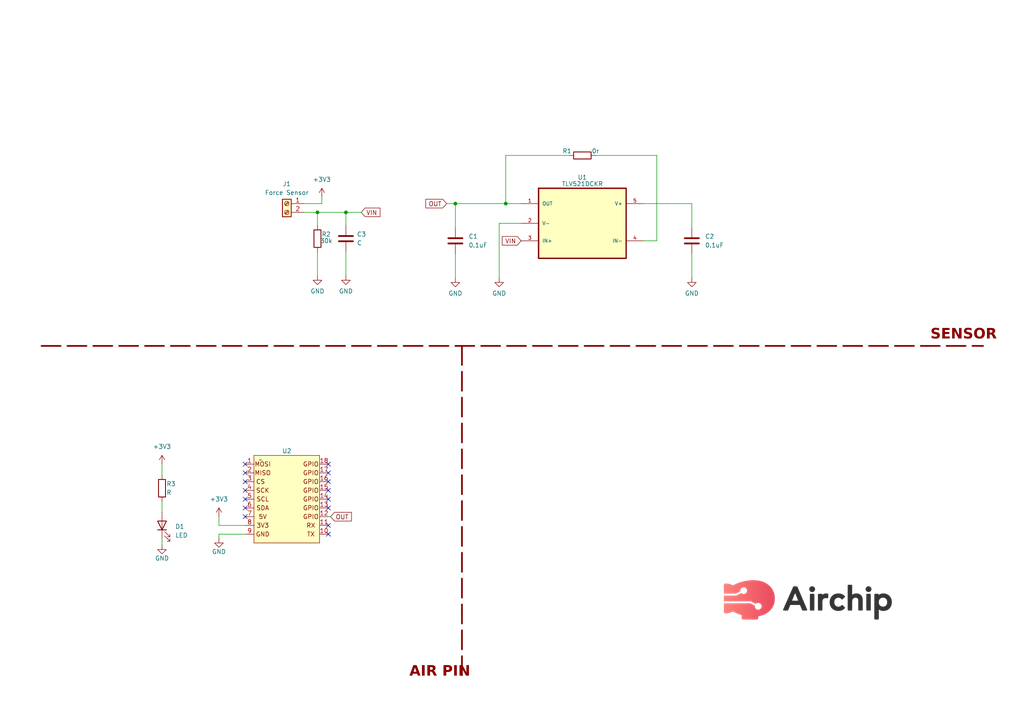
<source format=kicad_sch>
(kicad_sch (version 20230121) (generator eeschema)

  (uuid 40eb0064-e817-487a-87e5-7f2eb5cbb1a8)

  (paper "A4")

  (lib_symbols
    (symbol "Connector:Screw_Terminal_01x02" (pin_names (offset 1.016) hide) (in_bom yes) (on_board yes)
      (property "Reference" "J" (at 0 2.54 0)
        (effects (font (size 1.27 1.27)))
      )
      (property "Value" "Screw_Terminal_01x02" (at 0 -5.08 0)
        (effects (font (size 1.27 1.27)))
      )
      (property "Footprint" "" (at 0 0 0)
        (effects (font (size 1.27 1.27)) hide)
      )
      (property "Datasheet" "~" (at 0 0 0)
        (effects (font (size 1.27 1.27)) hide)
      )
      (property "ki_keywords" "screw terminal" (at 0 0 0)
        (effects (font (size 1.27 1.27)) hide)
      )
      (property "ki_description" "Generic screw terminal, single row, 01x02, script generated (kicad-library-utils/schlib/autogen/connector/)" (at 0 0 0)
        (effects (font (size 1.27 1.27)) hide)
      )
      (property "ki_fp_filters" "TerminalBlock*:*" (at 0 0 0)
        (effects (font (size 1.27 1.27)) hide)
      )
      (symbol "Screw_Terminal_01x02_1_1"
        (rectangle (start -1.27 1.27) (end 1.27 -3.81)
          (stroke (width 0.254) (type default))
          (fill (type background))
        )
        (circle (center 0 -2.54) (radius 0.635)
          (stroke (width 0.1524) (type default))
          (fill (type none))
        )
        (polyline
          (pts
            (xy -0.5334 -2.2098)
            (xy 0.3302 -3.048)
          )
          (stroke (width 0.1524) (type default))
          (fill (type none))
        )
        (polyline
          (pts
            (xy -0.5334 0.3302)
            (xy 0.3302 -0.508)
          )
          (stroke (width 0.1524) (type default))
          (fill (type none))
        )
        (polyline
          (pts
            (xy -0.3556 -2.032)
            (xy 0.508 -2.8702)
          )
          (stroke (width 0.1524) (type default))
          (fill (type none))
        )
        (polyline
          (pts
            (xy -0.3556 0.508)
            (xy 0.508 -0.3302)
          )
          (stroke (width 0.1524) (type default))
          (fill (type none))
        )
        (circle (center 0 0) (radius 0.635)
          (stroke (width 0.1524) (type default))
          (fill (type none))
        )
        (pin passive line (at -5.08 0 0) (length 3.81)
          (name "Pin_1" (effects (font (size 1.27 1.27))))
          (number "1" (effects (font (size 1.27 1.27))))
        )
        (pin passive line (at -5.08 -2.54 0) (length 3.81)
          (name "Pin_2" (effects (font (size 1.27 1.27))))
          (number "2" (effects (font (size 1.27 1.27))))
        )
      )
    )
    (symbol "Device:C" (pin_numbers hide) (pin_names (offset 0.254)) (in_bom yes) (on_board yes)
      (property "Reference" "C" (at 0.635 2.54 0)
        (effects (font (size 1.27 1.27)) (justify left))
      )
      (property "Value" "C" (at 0.635 -2.54 0)
        (effects (font (size 1.27 1.27)) (justify left))
      )
      (property "Footprint" "" (at 0.9652 -3.81 0)
        (effects (font (size 1.27 1.27)) hide)
      )
      (property "Datasheet" "~" (at 0 0 0)
        (effects (font (size 1.27 1.27)) hide)
      )
      (property "ki_keywords" "cap capacitor" (at 0 0 0)
        (effects (font (size 1.27 1.27)) hide)
      )
      (property "ki_description" "Unpolarized capacitor" (at 0 0 0)
        (effects (font (size 1.27 1.27)) hide)
      )
      (property "ki_fp_filters" "C_*" (at 0 0 0)
        (effects (font (size 1.27 1.27)) hide)
      )
      (symbol "C_0_1"
        (polyline
          (pts
            (xy -2.032 -0.762)
            (xy 2.032 -0.762)
          )
          (stroke (width 0.508) (type default))
          (fill (type none))
        )
        (polyline
          (pts
            (xy -2.032 0.762)
            (xy 2.032 0.762)
          )
          (stroke (width 0.508) (type default))
          (fill (type none))
        )
      )
      (symbol "C_1_1"
        (pin passive line (at 0 3.81 270) (length 2.794)
          (name "~" (effects (font (size 1.27 1.27))))
          (number "1" (effects (font (size 1.27 1.27))))
        )
        (pin passive line (at 0 -3.81 90) (length 2.794)
          (name "~" (effects (font (size 1.27 1.27))))
          (number "2" (effects (font (size 1.27 1.27))))
        )
      )
    )
    (symbol "Device:LED" (pin_numbers hide) (pin_names (offset 1.016) hide) (in_bom yes) (on_board yes)
      (property "Reference" "D" (at 0 2.54 0)
        (effects (font (size 1.27 1.27)))
      )
      (property "Value" "LED" (at 0 -2.54 0)
        (effects (font (size 1.27 1.27)))
      )
      (property "Footprint" "" (at 0 0 0)
        (effects (font (size 1.27 1.27)) hide)
      )
      (property "Datasheet" "~" (at 0 0 0)
        (effects (font (size 1.27 1.27)) hide)
      )
      (property "ki_keywords" "LED diode" (at 0 0 0)
        (effects (font (size 1.27 1.27)) hide)
      )
      (property "ki_description" "Light emitting diode" (at 0 0 0)
        (effects (font (size 1.27 1.27)) hide)
      )
      (property "ki_fp_filters" "LED* LED_SMD:* LED_THT:*" (at 0 0 0)
        (effects (font (size 1.27 1.27)) hide)
      )
      (symbol "LED_0_1"
        (polyline
          (pts
            (xy -1.27 -1.27)
            (xy -1.27 1.27)
          )
          (stroke (width 0.254) (type default))
          (fill (type none))
        )
        (polyline
          (pts
            (xy -1.27 0)
            (xy 1.27 0)
          )
          (stroke (width 0) (type default))
          (fill (type none))
        )
        (polyline
          (pts
            (xy 1.27 -1.27)
            (xy 1.27 1.27)
            (xy -1.27 0)
            (xy 1.27 -1.27)
          )
          (stroke (width 0.254) (type default))
          (fill (type none))
        )
        (polyline
          (pts
            (xy -3.048 -0.762)
            (xy -4.572 -2.286)
            (xy -3.81 -2.286)
            (xy -4.572 -2.286)
            (xy -4.572 -1.524)
          )
          (stroke (width 0) (type default))
          (fill (type none))
        )
        (polyline
          (pts
            (xy -1.778 -0.762)
            (xy -3.302 -2.286)
            (xy -2.54 -2.286)
            (xy -3.302 -2.286)
            (xy -3.302 -1.524)
          )
          (stroke (width 0) (type default))
          (fill (type none))
        )
      )
      (symbol "LED_1_1"
        (pin passive line (at -3.81 0 0) (length 2.54)
          (name "K" (effects (font (size 1.27 1.27))))
          (number "1" (effects (font (size 1.27 1.27))))
        )
        (pin passive line (at 3.81 0 180) (length 2.54)
          (name "A" (effects (font (size 1.27 1.27))))
          (number "2" (effects (font (size 1.27 1.27))))
        )
      )
    )
    (symbol "Device:R" (pin_numbers hide) (pin_names (offset 0)) (in_bom yes) (on_board yes)
      (property "Reference" "R" (at 2.032 0 90)
        (effects (font (size 1.27 1.27)))
      )
      (property "Value" "R" (at 0 0 90)
        (effects (font (size 1.27 1.27)))
      )
      (property "Footprint" "" (at -1.778 0 90)
        (effects (font (size 1.27 1.27)) hide)
      )
      (property "Datasheet" "~" (at 0 0 0)
        (effects (font (size 1.27 1.27)) hide)
      )
      (property "ki_keywords" "R res resistor" (at 0 0 0)
        (effects (font (size 1.27 1.27)) hide)
      )
      (property "ki_description" "Resistor" (at 0 0 0)
        (effects (font (size 1.27 1.27)) hide)
      )
      (property "ki_fp_filters" "R_*" (at 0 0 0)
        (effects (font (size 1.27 1.27)) hide)
      )
      (symbol "R_0_1"
        (rectangle (start -1.016 -2.54) (end 1.016 2.54)
          (stroke (width 0.254) (type default))
          (fill (type none))
        )
      )
      (symbol "R_1_1"
        (pin passive line (at 0 3.81 270) (length 1.27)
          (name "~" (effects (font (size 1.27 1.27))))
          (number "1" (effects (font (size 1.27 1.27))))
        )
        (pin passive line (at 0 -3.81 90) (length 1.27)
          (name "~" (effects (font (size 1.27 1.27))))
          (number "2" (effects (font (size 1.27 1.27))))
        )
      )
    )
    (symbol "TLV521DCKR:TLV521DCKR" (pin_names (offset 1.016)) (in_bom yes) (on_board yes)
      (property "Reference" "U1" (at 0 15.24 0)
        (effects (font (size 1.27 1.27)))
      )
      (property "Value" "TLV521DCKR" (at 0 12.7 0)
        (effects (font (size 1.27 1.27)))
      )
      (property "Footprint" "SOT65P210X110-5N" (at 0 0 0)
        (effects (font (size 1.27 1.27)) (justify bottom) hide)
      )
      (property "Datasheet" "" (at 0 0 0)
        (effects (font (size 1.27 1.27)) hide)
      )
      (symbol "TLV521DCKR_0_0"
        (rectangle (start -12.7 -10.16) (end 12.7 10.16)
          (stroke (width 0.41) (type default))
          (fill (type background))
        )
        (pin output line (at -17.78 5.715 0) (length 5.08)
          (name "OUT" (effects (font (size 1.016 1.016))))
          (number "1" (effects (font (size 1.016 1.016))))
        )
        (pin power_in line (at -17.78 0 0) (length 5.08)
          (name "V-" (effects (font (size 1.016 1.016))))
          (number "2" (effects (font (size 1.016 1.016))))
        )
        (pin input line (at -17.78 -5.08 0) (length 5.08)
          (name "IN+" (effects (font (size 1.016 1.016))))
          (number "3" (effects (font (size 1.016 1.016))))
        )
        (pin input line (at 17.78 -5.08 180) (length 5.08)
          (name "IN-" (effects (font (size 1.016 1.016))))
          (number "4" (effects (font (size 1.016 1.016))))
        )
        (pin power_in line (at 17.78 5.715 180) (length 5.08)
          (name "V+" (effects (font (size 1.016 1.016))))
          (number "5" (effects (font (size 1.016 1.016))))
        )
      )
    )
    (symbol "moduler_pin:air" (in_bom yes) (on_board yes)
      (property "Reference" "U" (at 7.62 2.54 0)
        (effects (font (size 1.27 1.27)))
      )
      (property "Value" "" (at 0 0 0)
        (effects (font (size 1.27 1.27)))
      )
      (property "Footprint" "" (at 0 0 0)
        (effects (font (size 1.27 1.27)) hide)
      )
      (property "Datasheet" "" (at 0 0 0)
        (effects (font (size 1.27 1.27)) hide)
      )
      (symbol "air_1_1"
        (rectangle (start -1.905 1.27) (end 17.145 -24.13)
          (stroke (width 0) (type default))
          (fill (type background))
        )
        (text "3V3" (at 0.635 -19.05 0)
          (effects (font (size 1.27 1.27)))
        )
        (text "5V" (at 0.635 -16.51 0)
          (effects (font (size 1.27 1.27)))
        )
        (text "CS" (at 0 -6.35 0)
          (effects (font (size 1.27 1.27)))
        )
        (text "GND" (at 0.635 -21.59 0)
          (effects (font (size 1.27 1.27)))
        )
        (text "GPIO" (at 14.605 -16.51 0)
          (effects (font (size 1.27 1.27)))
        )
        (text "GPIO" (at 14.605 -13.97 0)
          (effects (font (size 1.27 1.27)))
        )
        (text "GPIO" (at 14.605 -11.43 0)
          (effects (font (size 1.27 1.27)))
        )
        (text "GPIO" (at 14.605 -8.89 0)
          (effects (font (size 1.27 1.27)))
        )
        (text "GPIO" (at 14.605 -6.35 0)
          (effects (font (size 1.27 1.27)))
        )
        (text "GPIO" (at 14.605 -3.81 0)
          (effects (font (size 1.27 1.27)))
        )
        (text "GPIO" (at 14.605 -1.27 0)
          (effects (font (size 1.27 1.27)))
        )
        (text "MISO" (at 0.635 -3.81 0)
          (effects (font (size 1.27 1.27)))
        )
        (text "MOSI" (at 0.635 -1.27 0)
          (effects (font (size 1.27 1.27)))
        )
        (text "RX" (at 14.605 -19.05 0)
          (effects (font (size 1.27 1.27)))
        )
        (text "SCK" (at 0.635 -8.89 0)
          (effects (font (size 1.27 1.27)))
        )
        (text "SCL" (at 0.635 -11.43 0)
          (effects (font (size 1.27 1.27)))
        )
        (text "SDA" (at 0.635 -13.97 0)
          (effects (font (size 1.27 1.27)))
        )
        (text "TX" (at 14.605 -21.59 0)
          (effects (font (size 1.27 1.27)))
        )
        (pin input line (at -4.445 -1.27 0) (length 2.54)
          (name "" (effects (font (size 1.27 1.27))))
          (number "1" (effects (font (size 1.27 1.27))))
        )
        (pin input line (at 19.685 -21.59 180) (length 2.54)
          (name "" (effects (font (size 1.27 1.27))))
          (number "10" (effects (font (size 1.27 1.27))))
        )
        (pin input line (at 19.685 -19.05 180) (length 2.54)
          (name "" (effects (font (size 1.27 1.27))))
          (number "11" (effects (font (size 1.27 1.27))))
        )
        (pin input line (at 19.685 -16.51 180) (length 2.54)
          (name "" (effects (font (size 1.27 1.27))))
          (number "12" (effects (font (size 1.27 1.27))))
        )
        (pin input line (at 19.685 -13.97 180) (length 2.54)
          (name "" (effects (font (size 1.27 1.27))))
          (number "13" (effects (font (size 1.27 1.27))))
        )
        (pin input line (at 19.685 -11.43 180) (length 2.54)
          (name "" (effects (font (size 1.27 1.27))))
          (number "14" (effects (font (size 1.27 1.27))))
        )
        (pin input line (at 19.685 -8.89 180) (length 2.54)
          (name "" (effects (font (size 1.27 1.27))))
          (number "15" (effects (font (size 1.27 1.27))))
        )
        (pin input line (at 19.685 -6.35 180) (length 2.54)
          (name "" (effects (font (size 1.27 1.27))))
          (number "16" (effects (font (size 1.27 1.27))))
        )
        (pin input line (at 19.685 -3.81 180) (length 2.54)
          (name "" (effects (font (size 1.27 1.27))))
          (number "17" (effects (font (size 1.27 1.27))))
        )
        (pin input line (at 19.685 -1.27 180) (length 2.54)
          (name "" (effects (font (size 1.27 1.27))))
          (number "18" (effects (font (size 1.27 1.27))))
        )
        (pin input line (at -4.445 -3.81 0) (length 2.54)
          (name "" (effects (font (size 1.27 1.27))))
          (number "2" (effects (font (size 1.27 1.27))))
        )
        (pin input line (at -4.445 -6.35 0) (length 2.54)
          (name "" (effects (font (size 1.27 1.27))))
          (number "3" (effects (font (size 1.27 1.27))))
        )
        (pin input line (at -4.445 -8.89 0) (length 2.54)
          (name "" (effects (font (size 1.27 1.27))))
          (number "4" (effects (font (size 1.27 1.27))))
        )
        (pin input line (at -4.445 -11.43 0) (length 2.54)
          (name "" (effects (font (size 1.27 1.27))))
          (number "5" (effects (font (size 1.27 1.27))))
        )
        (pin input line (at -4.445 -13.97 0) (length 2.54)
          (name "" (effects (font (size 1.27 1.27))))
          (number "6" (effects (font (size 1.27 1.27))))
        )
        (pin input line (at -4.445 -16.51 0) (length 2.54)
          (name "" (effects (font (size 1.27 1.27))))
          (number "7" (effects (font (size 1.27 1.27))))
        )
        (pin input line (at -4.445 -19.05 0) (length 2.54)
          (name "" (effects (font (size 1.27 1.27))))
          (number "8" (effects (font (size 1.27 1.27))))
        )
        (pin input line (at -4.445 -21.59 0) (length 2.54)
          (name "" (effects (font (size 1.27 1.27))))
          (number "9" (effects (font (size 1.27 1.27))))
        )
      )
    )
    (symbol "power:+3V3" (power) (pin_names (offset 0)) (in_bom yes) (on_board yes)
      (property "Reference" "#PWR" (at 0 -3.81 0)
        (effects (font (size 1.27 1.27)) hide)
      )
      (property "Value" "+3V3" (at 0 3.556 0)
        (effects (font (size 1.27 1.27)))
      )
      (property "Footprint" "" (at 0 0 0)
        (effects (font (size 1.27 1.27)) hide)
      )
      (property "Datasheet" "" (at 0 0 0)
        (effects (font (size 1.27 1.27)) hide)
      )
      (property "ki_keywords" "global power" (at 0 0 0)
        (effects (font (size 1.27 1.27)) hide)
      )
      (property "ki_description" "Power symbol creates a global label with name \"+3V3\"" (at 0 0 0)
        (effects (font (size 1.27 1.27)) hide)
      )
      (symbol "+3V3_0_1"
        (polyline
          (pts
            (xy -0.762 1.27)
            (xy 0 2.54)
          )
          (stroke (width 0) (type default))
          (fill (type none))
        )
        (polyline
          (pts
            (xy 0 0)
            (xy 0 2.54)
          )
          (stroke (width 0) (type default))
          (fill (type none))
        )
        (polyline
          (pts
            (xy 0 2.54)
            (xy 0.762 1.27)
          )
          (stroke (width 0) (type default))
          (fill (type none))
        )
      )
      (symbol "+3V3_1_1"
        (pin power_in line (at 0 0 90) (length 0) hide
          (name "+3V3" (effects (font (size 1.27 1.27))))
          (number "1" (effects (font (size 1.27 1.27))))
        )
      )
    )
    (symbol "power:GND" (power) (pin_names (offset 0)) (in_bom yes) (on_board yes)
      (property "Reference" "#PWR" (at 0 -6.35 0)
        (effects (font (size 1.27 1.27)) hide)
      )
      (property "Value" "GND" (at 0 -3.81 0)
        (effects (font (size 1.27 1.27)))
      )
      (property "Footprint" "" (at 0 0 0)
        (effects (font (size 1.27 1.27)) hide)
      )
      (property "Datasheet" "" (at 0 0 0)
        (effects (font (size 1.27 1.27)) hide)
      )
      (property "ki_keywords" "global power" (at 0 0 0)
        (effects (font (size 1.27 1.27)) hide)
      )
      (property "ki_description" "Power symbol creates a global label with name \"GND\" , ground" (at 0 0 0)
        (effects (font (size 1.27 1.27)) hide)
      )
      (symbol "GND_0_1"
        (polyline
          (pts
            (xy 0 0)
            (xy 0 -1.27)
            (xy 1.27 -1.27)
            (xy 0 -2.54)
            (xy -1.27 -1.27)
            (xy 0 -1.27)
          )
          (stroke (width 0) (type default))
          (fill (type none))
        )
      )
      (symbol "GND_1_1"
        (pin power_in line (at 0 0 270) (length 0) hide
          (name "GND" (effects (font (size 1.27 1.27))))
          (number "1" (effects (font (size 1.27 1.27))))
        )
      )
    )
  )

  (junction (at 100.33 61.595) (diameter 0) (color 0 0 0 0)
    (uuid 5db92fb7-5da3-4a06-9d01-714f828f55b2)
  )
  (junction (at 146.685 59.055) (diameter 0) (color 0 0 0 0)
    (uuid 67ff80c6-8065-4463-8ef5-18e32b969244)
  )
  (junction (at 92.075 61.595) (diameter 0) (color 0 0 0 0)
    (uuid 70e2e40b-ef55-46d2-96a0-908c387238d3)
  )
  (junction (at 132.08 59.055) (diameter 0) (color 0 0 0 0)
    (uuid f9bbdaf3-64b7-4332-906b-af00d4a1b999)
  )

  (no_connect (at 71.12 144.78) (uuid 1844e7e3-69a9-467c-9712-86d08d46d0a4))
  (no_connect (at 71.12 142.24) (uuid 1a95bf66-2d55-4845-8dcd-59954c2c058c))
  (no_connect (at 95.25 147.32) (uuid 1f0c22a4-8d21-45cc-9afa-c7c09698d23d))
  (no_connect (at 71.12 147.32) (uuid 2b8e0734-f9b7-4a13-ade1-1099af1bd63b))
  (no_connect (at 95.25 144.78) (uuid 4868c246-1c28-4cef-87f9-5d59a54410b4))
  (no_connect (at 95.25 137.16) (uuid 49b4dd86-feb3-42f6-8b45-9551a3508e5d))
  (no_connect (at 71.12 134.62) (uuid 5ff38405-e6c5-4c26-8b5a-4127b48a2792))
  (no_connect (at 71.12 149.86) (uuid a0fcf428-b2b1-44d0-8276-c1c7ca84dd52))
  (no_connect (at 95.25 134.62) (uuid a903e5fe-a3f1-42eb-b01d-f68494307b37))
  (no_connect (at 71.12 137.16) (uuid aec8f877-985d-406c-8616-383178ebbd25))
  (no_connect (at 71.12 139.7) (uuid b0e04523-c42b-4741-bda3-a8c42c370cb8))
  (no_connect (at 95.25 139.7) (uuid b8be7bc5-4169-4598-8d0e-05fda1665025))
  (no_connect (at 95.25 154.94) (uuid c70e09ae-a1d3-4713-8ff1-bd9127e8f5d6))
  (no_connect (at 95.25 142.24) (uuid ef0ed623-6a59-436e-bdd4-09874e0b67e8))
  (no_connect (at 95.25 152.4) (uuid f18527fb-de87-4794-8014-4aa88ad32be4))

  (wire (pts (xy 165.1 45.085) (xy 146.685 45.085))
    (stroke (width 0) (type default))
    (uuid 02565b3d-bcdb-4230-857d-8adbbfdecca8)
  )
  (wire (pts (xy 200.66 66.04) (xy 200.66 59.055))
    (stroke (width 0) (type default))
    (uuid 02d12ce6-c0cb-4571-ada4-c79e377b51a3)
  )
  (wire (pts (xy 46.99 158.115) (xy 46.99 156.21))
    (stroke (width 0) (type default))
    (uuid 12e9d012-5bb4-4b81-a643-211dea4e118b)
  )
  (wire (pts (xy 93.345 57.15) (xy 93.345 59.055))
    (stroke (width 0) (type default))
    (uuid 1da888c0-8629-44c3-92f5-f4a6d6f83108)
  )
  (wire (pts (xy 63.5 152.4) (xy 71.12 152.4))
    (stroke (width 0) (type default))
    (uuid 21d24f5e-0a4d-4a79-82e2-96de1d43e15e)
  )
  (wire (pts (xy 190.5 45.085) (xy 190.5 69.85))
    (stroke (width 0) (type default))
    (uuid 2521ea6a-1636-43bf-96a0-807f966539ec)
  )
  (wire (pts (xy 93.345 59.055) (xy 88.265 59.055))
    (stroke (width 0) (type default))
    (uuid 271f6321-67ea-407b-a800-748a489f26fa)
  )
  (wire (pts (xy 92.075 61.595) (xy 100.33 61.595))
    (stroke (width 0) (type default))
    (uuid 413370a5-c1e3-4dd1-abbe-a2d7496b121e)
  )
  (wire (pts (xy 146.685 59.055) (xy 132.08 59.055))
    (stroke (width 0) (type default))
    (uuid 45563ed9-64c8-4294-b6b5-9842f3403af9)
  )
  (polyline (pts (xy 133.985 100.33) (xy 133.985 197.485))
    (stroke (width 0.5) (type dash) (color 132 0 0 1))
    (uuid 545ec5ac-2014-4056-ae83-cc3b221ff21d)
  )

  (wire (pts (xy 132.08 73.66) (xy 132.08 80.645))
    (stroke (width 0) (type default))
    (uuid 5efe4cf2-80b9-4f9f-9430-a88a3f975b40)
  )
  (wire (pts (xy 144.78 80.645) (xy 144.78 64.77))
    (stroke (width 0) (type default))
    (uuid 6ea73d71-7e04-4563-8ae3-fbfc3f0dc9d7)
  )
  (wire (pts (xy 146.685 45.085) (xy 146.685 59.055))
    (stroke (width 0) (type default))
    (uuid 744b22fd-f087-43e7-91fc-ed1678bc10b5)
  )
  (wire (pts (xy 151.13 59.055) (xy 146.685 59.055))
    (stroke (width 0) (type default))
    (uuid 74de9627-1862-4dac-b4cd-5eff75ef1f3e)
  )
  (wire (pts (xy 100.33 61.595) (xy 104.775 61.595))
    (stroke (width 0) (type default))
    (uuid 7952cd4c-bde5-41c1-89a5-3697c6bce80c)
  )
  (wire (pts (xy 129.54 59.055) (xy 132.08 59.055))
    (stroke (width 0) (type default))
    (uuid 7f196a48-983d-42d6-ad61-74aa64f5f648)
  )
  (wire (pts (xy 172.72 45.085) (xy 190.5 45.085))
    (stroke (width 0) (type default))
    (uuid 8df301bc-a519-48a4-9f8b-d9df94a1d0cc)
  )
  (wire (pts (xy 190.5 69.85) (xy 186.69 69.85))
    (stroke (width 0) (type default))
    (uuid 9951ae8e-5ebb-488d-a416-df2452b8dfcd)
  )
  (wire (pts (xy 144.78 64.77) (xy 151.13 64.77))
    (stroke (width 0) (type default))
    (uuid 9a7f995b-190e-4400-a8a4-8ef7b0c5c2b4)
  )
  (wire (pts (xy 200.66 59.055) (xy 186.69 59.055))
    (stroke (width 0) (type default))
    (uuid 9ca3cf04-e64e-4675-b9f6-898396f2ec2b)
  )
  (wire (pts (xy 95.885 149.86) (xy 95.25 149.86))
    (stroke (width 0) (type default))
    (uuid a5668b10-3e95-4c95-ad4b-c1d661aa9265)
  )
  (wire (pts (xy 88.265 61.595) (xy 92.075 61.595))
    (stroke (width 0) (type default))
    (uuid a73be8ec-91b9-4f5a-a3f8-565a51ca74db)
  )
  (wire (pts (xy 63.5 154.94) (xy 71.12 154.94))
    (stroke (width 0) (type default))
    (uuid ad39bf41-47d5-4706-9704-bf843cee8576)
  )
  (wire (pts (xy 100.33 73.025) (xy 100.33 80.01))
    (stroke (width 0) (type default))
    (uuid b13a2074-abd1-40e5-b232-8a2cf17de1d2)
  )
  (wire (pts (xy 92.075 73.025) (xy 92.075 80.01))
    (stroke (width 0) (type default))
    (uuid b2b57970-1e0b-47b6-bd9a-bd9651a9b126)
  )
  (wire (pts (xy 200.66 73.66) (xy 200.66 80.645))
    (stroke (width 0) (type default))
    (uuid b8db5089-25e7-46c4-b9d1-93cf39a104c3)
  )
  (wire (pts (xy 46.99 134.62) (xy 46.99 137.795))
    (stroke (width 0) (type default))
    (uuid bae6ed33-274c-4087-b085-97909a4501c6)
  )
  (wire (pts (xy 132.08 59.055) (xy 132.08 66.04))
    (stroke (width 0) (type default))
    (uuid c9af68ae-8ac4-42c2-8f7a-0da0f659d729)
  )
  (wire (pts (xy 46.99 148.59) (xy 46.99 145.415))
    (stroke (width 0) (type default))
    (uuid ce279fc1-16a9-4daf-9dc9-c73d7761e3c0)
  )
  (wire (pts (xy 63.5 149.86) (xy 63.5 152.4))
    (stroke (width 0) (type default))
    (uuid d5c1810a-cdee-46e0-a5b0-47515d8b5a6c)
  )
  (wire (pts (xy 63.5 156.21) (xy 63.5 154.94))
    (stroke (width 0) (type default))
    (uuid df4967c0-b943-4ec6-93f8-c4c0dd477ac6)
  )
  (polyline (pts (xy 12.065 100.33) (xy 285.115 100.33))
    (stroke (width 0.5) (type dash) (color 132 0 0 1))
    (uuid edbc6e2a-bd3c-4a0b-96c7-3156b396dde9)
  )

  (wire (pts (xy 100.33 61.595) (xy 100.33 65.405))
    (stroke (width 0) (type default))
    (uuid f2e57872-d6a7-48ae-a24a-a3c75759b35c)
  )
  (wire (pts (xy 92.075 65.405) (xy 92.075 61.595))
    (stroke (width 0) (type default))
    (uuid fb4bbd80-4857-46dc-8609-d69b9bacf56b)
  )

  (image (at 234.315 173.99) (scale 0.287713)
    (uuid 7687f5b5-aba9-4db4-8a5e-2532a38b5a65)
    (data
      iVBORw0KGgoAAAANSUhEUgAAB9AAAAHVCAYAAACpJWDwAAAABHNCSVQICAgIfAhkiAAAIABJREFU
      eJzs3XeYnGW9//F3SEKyCS0hARUVBCSKYvuiqKiAokRasKAeRUn4WSghFUTNsYAiICGNA6gQEBso
      TfEg6hFE8KjouRFsIAgiiEJCEwhJKJnfH88sKdtmdmfmnvJ+XddcuzzPPfd8dpjMzj6fpwxDkjrQ
      ox+ZPhzYnBKbA5sDW5S/dt82BbqATSkxFugqwSbl5SOBzYqZSpsAI4CNgTHFIjYFNuo3QKnXpSuB
      J8oDHgWeLsHjwBOUeILi+5XACuAx4N/l77tvD5eXPUiJh4AHgYc2P//MFZU+L5IkSZIkSZIkSZ1s
      WO4AklQLj3706E2BZ1NiIvAcYCKw5Tpft4TS+PL3W1GU4X0V2esrrfel95UDLKp+TGn9YZXM2ff8
      TwIPQel+4F5gObAMuJcS3cvuA+4G7tv862c9XeWjSZIkSZIkSZIktQULdElN7bGPHb0J8FxKbAPP
      3J4LbFOCZwFbU3wdDQxQNA+t7G7hAr3vhT0XPV0qCvV/lG/3UBTrdwJ3UOLOLb5x1oNVppEkSZIk
      SZIkSWoJFuiSsnnsYzOGUZTf2wLbQWnb8vfdt+fRfar0SntqC/R+xleWtYKn8BHgb8CdULoduLV8
      u22Lb3z5H1XllCRJkiRJkiRJaiIW6JLq6rHDZ4wCdijftn/m+xI7AC+guHZ4WT/VrQV6depboPe3
      YAUlbgP+AtwC/An4I3DbFt/88lP9TS1JkiRJkiRJkpSbBbqkIVtxxIzhJXg+8CJgJ0pMAiYBO1Gc
      br2nattvC/Tq5CvQ+5rgSYpC/Q/An4GbgN9t8c0v39Pfw0mSJEmSJEmSJDWSBbqkiq04YubGFCX5
      zlDaGXgp8EJgp9K6R5IPukC2QN9wQBsV6H1ZTokbgN+VKL4Ct4/71per/YklSZIkSZIkSZKGzAJd
      Ug8rjpw5HNgReDnwUkq8FNi5vGx4MWr9frPU53/0wQK9ogEdUKD39vw+BKXfAL8Grgd+M+5bX3mg
      ylklSZIkSZIkSZKqZoEudbgVR84cR1GUvxx4WfnrzkDXM4MqKGMt0Ac350ADOrRA722S2yhxPfAL
      4FrglnHf/opHqUuSJEmSJEmSpJqyQJc6yIqjZj4LCOAVQFBiV+B5A97RAr2foRbo1U3Q95wDFOgb
      Lrof+F/gOopC/Xfjvv2Vp6p8ZEmSJEmSJEmSpPVYoEttasVRs7YCXg2l3Vhbmj9nvUGVFp0W6P0M
      tUCvboK+56yyQN/QI8DPgauAqyjxp3EXeIS6JEmSJEmSJEmqjgW61AYenz5rLMUR5bsBrwZeU4Jt
      i7XVldKVj7NAr8WcAw2wQB/kvCXuo7tMhx+Nu+Ar/6wylSRJkiRJkiRJ6kAW6FILenz6rB2B1wOv
      A3YHXgJstG7BWOrlux4s0C3Q27dA39BNULoCuBL41bgLvvp0FbNJkiRJkiRJkqQOYYEuNbnHp88a
      TXFUeXdh/npgYq+DLdAt0Psd39EF+roLHwZ+AlxeKnHF+Au/+nAVM0uSJEmSJEmSpDZmgS41mceP
      nrUZRUn+Jkq8CdgVGFXRnS3QLdD7HW+B3mNJiacorp3+PeD74y/86t1VPIokSZIkSZIkSWozFuhS
      Zo8fPXs88CZgTyi9AXglsBEwpNLUAn0ok/Q+xgK9t5UtX6BvKAEXAxeNv/Crt1fxiJIkSZIkSZIk
      qQ1YoEsN9viM2ZsDb6TEXsBbgJfxzL/FDdo8C/R+V1mgVzu/BXqPJf3PeQNwEXDB+Au/+vcqHl2S
      JEmSJEmSJLUoC3SpzlbOmD26BG+kKMv3ojgl+0YVFXwW6P2uskCvdn4L9B5LKp/zeuACSlww/jtf
      XVZFEkmSJEmSJEmS1EIs0KUaWzlj9jCKo8rfVr69oQSjewy0QK8ukAV6dSzQK1pYRYHePcVTwP8A
      3wC+N/47X11Z5QySJEmSJEmSJKmJWaBLNbBy5uxnUWIfisL8rcDEdddXXvRaoFcz3gK92vkt0Hss
      Gdrz+ihwMZTOG/+ds6+rciZJkiRJkiRJktSELNClQVg5c/Zw4HXAZGBf4JVV99QW6NUFskCvjgV6
      RQuHWKCvu/BW4Bzg/PHfOdtTvEuSJEmSJEmS1KIs0KUKrZw5ZyLw9uJWmgxssd4AC/Tq5rVAr2iA
      Bfog5218gd7tKeByYCnwo/HfOXtNlY8gSZIkSZIkSZIyskCX+rFy1pyXAAdS4gDgtTzzb6a6cs8C
      fXBzDrTKAr3a+S3Qeyyp1/NauIMSZwHnjv/u2Q9W+UiSJEmSJEmSJCkDC3RpHStnzRkJvAk4AJgC
      bAcMuTS0QB/cnAOtskCvdn4L9B5L6lugd69aBVwInDH+u2f/X5WPKEmSJEmSJEmSGsgCXR1v5aw5
      YyhOzX4QRXG+eY9BFugDLrRAH9ycAw2wQB/kvM1VoK/r1yVYAFy25XfPfqrKR5ckSZIkSZIkSXVm
      ga6OtHLWnPHAfsA7gcnA6H7vYIE+4EIL9MHNOdAAC/RBztu8BXr3or8Di4ClW3737EerTCFJkiRJ
      kiRJkurEAl0dY+XsOVtRFObvosSewIiK72yBPuBCC/TBzTnQAAv0Qc7b/AV6t0cocTawaMuLzv5H
      lWkkSZIkSZIkSVKNWaCrra2aPXc8lN4BHFyCvYHhQA3KSAt0C/TazDnQAAv0Qc7bOgV694IngfOB
      U7a86Oy/VplKkiRJkiRJkiTViAW62k5RmvMO4GDgLVAaAYMoePsdb4FugV6bOQcaYIE+yHlbr0Dv
      tga4CEonbXnROTdVF06SJEmSJEmSJA2VBbrawqo5c7uAAynxfoprmm+8du0GRWSP/6iABfqACy3Q
      BzfnQAMs0Ac5b+sW6Osu/D5w/JYXnfO7irJJkiRJkiRJkqQhs0BXy1o1Z+4IitOyf4DiiPOx/ZVb
      FuiVZqh0nAV6LeYcaIAF+iDnbY8CvZtFuiRJkiRJkiRJDWKBrpazas7cXYEPAe8DJq630gK9l28t
      0KufpPcxFui9rbRAb0CB3u0y4D+3vOicP/f9gJIkSZIkSZIkaSgs0NUSVs2Zuw3FkeaHAjv3OdAC
      vZdvLdCrn6T3MRbova20QG9ggV6sKPFN4DNbXnzOnX0/sCRJkiRJkiRJGgwLdDWtVXPnjqHEQRSl
      +d7ARgPeyQK9l28t0KufpPcxFui9rbRAb3CB3r3qSeAM4MQtLz7n/r4HS5IkSZIkSZKkaligq+ms
      mjs3gP8HvJ8Sm1d1Zwv0Xr61QK9+kt7HWKD3ttICPVOB3u0R4FRgwZYXn/N433eSJEmSJEmSJEmV
      sEBXU1g195hxUDqEojh/+TMralhuWaBXmqHScRbotZhzoAEW6IOct3MK9G73AMcB397y4nOq/akk
      SZIkSZIkSVKZBbqyWTX3mGHAHsBHgXdCaVSPQRbo1bFAt0Dvd7wFeo8l7VOgd7semLXlxef8ut9R
      kiRJkiRJkiSpVxboarjVxxwzHvhQqcTHgBetXVO7Iq63hRbolWaodJwFei3mHGiABfog5+3cAr3b
      tynx8S0vOeeeikZLkiRJkiRJkiTAAl0NtPqYY14LHA68B+jqWVxZoFugW6BvOMACfZDzWqBDiceA
      40uwaMIl5zxV4b0kSZIkSZIkSepoQyrQ1xz/qS1KJV4KTAK2ADZdZ/VqYOUG3z9MiVXl7x8CHgAe
      HH78F1eitrT6mGO6gPcDR7Putc3prbiyQLdAt0DfcIAF+iDntUBf93n9E3DUhEvO+XmF95QkSZIk
      SZIkqWNVXaCvOf5TOwAfBPYHXlUqVTlH70XBKuBBYBlwLyXuBu4F/gncDdwJ/G34CSc9Xm1e5bH6
      mGO2A44EPgyM622MBXoFCy3Q+11lgV7t/BboPZZ0RoHe7ZvA3AmXnLOswhkkSZIkSZIkSeo4FZff
      a46ftxuU/pOiOH9GXcqHvue8F7ijBHcAtwA3A3+mxO0jPn/Sk1UmUY2tPuaYYcCewAzgQGCj/sZb
      oFew0AK931UW6NXOb4HeY0lnFehQ7Kw2F0rnT7hkabU/vSRJkiRJkiRJbW/AAn3N8fMmAqcChzas
      fBhgzl7Kh6eAW4Eby7ffQemGEZ8/+cEq02kQVh97zCjgEErMBl5S6f0s0CtYaIHe7yoL9Grnt0Dv
      saTzCvTulVcBH51wydI7KpxNkiRJkiRJkqSO0G+Bvub4eXsAFwDPLpY0bYHe16i7gV+Xb78Cbhjx
      +ZNXDxxSlVh97DETKE7TfhSwVbWlmQV6BQst0PtdZYFe7fwW6D2WdG6BDrAS+AywcMIlS5+ucFZJ
      kiRJkiRJktpanwX6muPnTQWWst5puFuuQN/QE8ANlPg5cA3wixFfOPmx/h9NG1p97LEvgtJs4EPA
      6GdWWKBXfvdKF1qg97vKAr3a+S3Qeyzp7AK92/XAoRMuWfqXCmeWJEmSJEmSJKlt9Vqgrzlh3uGU
      OKvnmpYv0Ddc9TTwf8DVwI+BX474wsleS70Pq4899nXAJ4H9odTztWOBXvndK11ogd7vKgv0aue3
      QO+xxAK920pKfApYMuHSpWsqfARJkiRJkiRJktpOjxJ0zQnz3gV8l9K6R553a7sCfUOPAj+lKNN/
      OOILJ9/df5L2t/rYY4cBkymK8zeuXTP00swCvYKFFuj9rrJAr3Z+C/QeSyzQN1x0LTB1wqVL/1bh
      o0iSJEmSJEmS1FbWK9DXnDDvhcDvgLFZy4d8BfqG424AvleC74088eQ/VHivtrD648eOoMTBwCeA
      l/UcYYFe2WP3s8oCvbpAFujVsUCvaKEFeq+LHgOmT7h06fkVPpIkSZIkSZIkSW3jmQJ9zQnzhgO/
      BnYF8pYPzVOgr/vlDihdClw48sRTUoUztJzVHz92Y+CDwCcpsUPfIy3QK3vsflZZoFcXyAK9Ohbo
      FS20QO930XeAwydcuvThCh9RkiRJkiRJkqSWt26BfhTwX8+ssUDvpXx45rvbKIqFb4888ZSbK5yt
      qZWL88OATwHPA+pTRK473AJ94IUW6P2uskCvdn4L9B5LLNAHmvcu4JAJly69rsJHlSRJkiRJkiSp
      pQ0DWHPCvC7gb8DWz6yxQO+vQF/X74CvUZTp91c4c9N44uPHdgEfKcExdBfn3SzQ+xlvgW6BXps5
      BxpggT7IeS3Qa/m6XQN8Hvj8hEuXPl3ho0uSJEmSJEmS1JK6C/TpwOnrrbFAr7RA7/YkJS6nKNOv
      HPnFU5q6ZHiiOOL8YxRHnD+rYUXkusMt0AdeaIHe7yoL9Grnt0DvscQCvZp5r6bEByZctvTeChNI
      kiRJkiRJktRyugv03wGvWG+NBXq1Bfq6q/8BnA2cPfKLp/yrwkdriCeOO3YEJaYBn2adI84t0Kud
      1wLdAr02cw40wAJ9kPNaoNfrdXsf8N4Jly39eYUpJEmSJEmSJElqKcPWnDBvEnBLjzUW6EMp0Ls9
      BXwfOHPkF0+5usJHrYsnjjt2I+AQ4DOU2GHD9Rbo1c5rgW6BXps5BxpggT7IeS3Q6/m6XQN8Fjhx
      wmVLq30GJUmSJEmSJElqasN6PX07WKCvM24IBfq6/gAsoMS3R550yhMVJqiJJ4479h3AicCLgbxF
      5LrDLdAHXmiB3u8qC/Rq57dA77HEAr26edcf8wPgkAmXLX2kwkSSJEmSJDWliBgBvACYAIzKHKfb
      CuDelNLduYNIktRphq05Yd4FwPt6rLFAr3WB3j3mPuC/gC+PPOmU+ytMMihPHPfxNwCnQOn1G2To
      JVYvLND7GW+BboFemzkHGmCBPsh5LdAb9br9C3DQhMuW9jyTjSRJkiRJTS4i9gSmA5OBsXnT9Ole
      4BJgUUrpr7nDSJLUCYatOWHejcDLe6yxQK9Xgd5tBXAOcOrIk065p8JEFXniuI/vDJwMHNBrMAt0
      C/Rq57dA72eoBXp1E/Q9pwX64Ofsb1wDXrePAodOuGzpZZUFkyRJkiQpr4gYT7Ft9h25s1ThSeAk
      4ISU0tO5w0iS1M6GrTlh3oPAuB5rLNDrXaB3exJK5wGnjjzpS0Pag/CJ4z6+HfBp4FBgeJ8PaoFu
      gV7t/Bbo/Qy1QK9ugr7ntEAf/Jz9jWvc67b0WeDzEy47t9pnVZIkSZKkhomI5wI/A3bMnWWQvge8
      J6X0ZO4gkiS1q2FrTphX8bZ1C/S6FOjdC9cAl1Oc3v1nI0/60poKZuOJT3x8I2B3SnwY+ADrFed9
      PKgFugV6tfNboPcz1AK9ugn6ntMCffBz9jeugQU6wIXAtAmXnbuqgtkkSZIkSWqoiOgCrgd2yZ1l
      iM5KKR2ZO4QkSe3KAr2CB2pQgb6uB0rwI+CXlLgFuJPilO9PABOArYGXArsB+wDPrqrxskC3QK92
      fgv0foZaoFc3Qd9zWqAPfs7+xjW4QAe4vgQHTbzs3HsrmFGSJEmSpIaJiJOAT+TOUSN7p5Suyh1C
      kqR2ZIFewQNlKNCrL80s0PsZb4FeyfhK5+1roQX64OYcaIAF+iDntUDPWaBTgruAAyZedu7vK5hV
      kiRJkqS6i4hxwN3A2NxZauR/U0pvyB1CkqR2tFHuAJIkqe08H7hu+UGH7Z07iCRJkiRJZe+mfcpz
      gN0jYvvcISRJakcW6JIkqR42A364/KDDDskdRJIkSZIk4E25A9TBHrkDSJLUjizQJUlSvYwEvrH8
      oMPa5fpykiRJkqTWtWPuAHXwgtwBJElqRxbokiSp3k5aftBhpy8/6LBhuYNIkiRJkjpWV+4AdbBZ
      7gCSJLUjC3RJktQI0ymORh+RO4gkSZIkSZIkSX2xQJckSY3yAeDS5Qcd1o57/UuSJEmSJEmS2oAF
      uiRJaqQDgCuWH3TY5rmDSJIkSZIkSZK0IQt0SZLUaHsBP7FElyRJkiRJkiQ1Gwt0SZKUw2uwRJck
      SZIkSZIkNRkLdEmSlMtrgGuWTzlsYu4gkiRJkiRJkiSBBbokScrrFcDVluiSJEmSJEmSpGYwIncA
      SZLU8V5KUaK/ceL3z304dxhJklSZiNgaeBEwCdgR2AzYpHwDeKx8ewS4DbgVuCWldF/j00qSJKmV
      RcSmwE4Unz93AsYDmwJblIesZu1nz7uAvwC3AH9PKT3d8MCSWpoFuiRJagYvBX68fMphb5v4/XP/
      nTuMpPYSEeOA/wAmA7sA4/ImesYqig07vwC+lVJKmfNI/YqI5wBvA/YE9ga2GeQ89wA/Ba4BfpxS
      +leNIkqSJKlNRMRYYC/gLeWvLwOGDWKqRyPiWuBq4Kcppd/XLqWkdjVszQnzSr2u6XVpz4Wl3u/d
      t0rmHWDOHqsrzFrp/BuOK224YCjzVvq8VjPngOMGfn6rfQorn6SfGSr5H1nD11dpwHHVzFtd1sqf
      3+r+LfR394pet0N6fZX6/q8a/lvob1XDXrc93gtqN+dAA6p+L+h3fGVZq3sKa/fvtp9XVPXz5vwd
      NsCqfL/DBphkyK/bXt51Bvce87/A2yZ+/9zHK7y3JPUpIoYBc4BPA5tnjlOJK4DpKaU7cweRukXE
      JsA7gA9RbLwczEbL/pQoyvRvAJemlFbUeH5JkgCIiBuBl+fOUWOLU0qzcoeQaiUiNqLYWfNDwLtY
      e2ajWroZ+DrwzZTSP+owv6Q24DXQJUlSM9kd+O/lUw7ryh1EUmuLiDHAfwPzaY3yHGA/4IaI2Ct3
      ECkiJkTEicA/KDYw7k3ty3PKc761/Bj3RMQXImJCHR5HkiRJTSoiRkbEVIpTrl8FHEp9ynOAFwMn
      AXdFxIURsUudHkdSC7NAlyRJzWYv4ILlUw4bnjuIpNZUPvL8ImDf3FkGYRxweUS029FRahERsUVE
      zAfuBD5FY3dA2RyYB9wZEadGxBYD3UGSJEmtKyI2iogPA7cD5wEvbODDDwPeC/w+Ir4XES9u4GNL
      anIW6JIkqRlNAb66fMq0ehzpJqn9HUVrlufdNgEujIiNcwdR54iIYRFxKHAbMBcYmzHOWOAY4LZy
      JkmSJLWZiNgV+C1wNvC8zHGmAH+IiNPK116X1OEs0CVJUrM6DDgxdwhJrSUiNgU+lztHDbyI4n1Q
      qruIeDZwJfA1oJlOnz4B+FpEXFnOKEmSpBZXPl37F4FfA6/KnWcdw4E5wB8jYvfcYSTlZYEuSZKa
      2SeXT5k2K3cISS3l/wFb5g5RI3Mjwr/ZVFcR8RbgJmCf3Fn6MRm4KSLenDuIJEmSBi8ingtcB3yS
      orBuRtsB10bEJ8uXB5PUgdwYI0mSmt3C5VOmvTt3CEnNLyKGAzNz56ihHSmKQ6kuIuJo4CfAxNxZ
      KjAR+J+ImJ47iCRJkqoXEbsBCdgtd5YKbAR8EfhORHTlDiOp8SzQJUlSK/jG8inTXpc7hKSmN4Xi
      aIF2MiN3ALWf8vXOvwQsobW2C2wEnB4Rp3g0kCRJUuuIiAOAnwFb5c5SpYOBqyJi89xBJDVWK/2h
      LEmSOtdo4PLlB07bPncQSU1tTu4AdbBPREzKHULto1w8nwkcmzvLEHwcONMSXZIkqflFxIHAJUCr
      Hsn9OuBqS3Sps1igS5KkVjEB+OHyA6eNzx1EUvOJiF2B3XPnqBNPWa1aOgU4PHeIGjgcOCl3CEmS
      JPUtIiYDFwMjc2cZolcBP4mIsbmDSGoMC3SpuTwN3Az8ADgdmAccAUwD3gt8sPz9TOBE4Dzg58C/
      coSVpAwmARcvP3DaiNxBJDWd2bkD1NHUiNgsdwi1vvI1z1v5yPMNHec10SVJkppTRLwSuIjWL8+7
      vQa4MCKG5w4iqf7c+Czl9SjwU4oS/JfA78ecvmj1YCZ6fPqsrYAA9gD2Al4NeEpDSe1oL2ARHpEp
      qSwitgHekztHHW1CsRPl4txB1Loi4s0Uvz/bzeKI+FNK6We5g0iSJKkQEVsC36P4W6ad7E9xYNsn
      cgeRVF/D1pwwr9Trml6X9lxY6v3efatk3gHm7LG6wqyVzr/huNKGC4Yyb6XPazVzDjhu4Oe32qew
      8kn6maGS/5E1fH2VBhxXzbzVZd1g1b+BSyhxIXDNmNMXPlllmoqsOGrW1sCBUHo/Ranes0wf0uur
      1Pd/1fDfQn+rGva67fFeULs5BxpQ9XtBv+Mry1rdU1i7f7f9vKKqnzfn77ABVuX7HTbAJEN+3fby
      27L+v8M+OvHy886u8FEktbGIOIn234DxV2BSSmlN7iBqPRHxbOAmYGLuLHWyHNglpXRf7iCSpOYV
      ETcCL8+do8YWp5Rm5Q4hrSsihgE/BCbnzlJHB6aUfpA7hKT68Qh0qXFuoDgt+3fHLFn4eL0fbOwZ
      i+4DzgbOXnHUzO2BjwIfAbx2sKR2ccbyA6fdMvHy867LHURSPhExBvhY7hwNsCPFBqgf5g6ilnQu
      7VueQ/GznQfsmzuIJEmSOJr2Ls8BlkbES1JKy3MHkVQfXgNdqr9rgb3HLFkYY5Ys/FojyvMNjT1j
      8R1jz1j8CWBbYC6wrNEZJKkORgIXLztw2ja5g0jK6lBgXO4QDTIjdwC1nog4lPbfgAnw9oj4UO4Q
      kiRJnSwitgO+mDtHA0ykOFhOUpuyQJfq5xZg/64lC/cYs2ThVbnDAIw9Y/FjY89YvADYATgeWJk5
      kiQN1VbARcsOnDYydxBJjVc+NWAnnbJyn4iYlDuEWkdEbA6cmjtHA80v/8ySJEnKYxEwNneIBnlv
      RLwldwhJ9WGBLtXeKoprcO7StWThFbnD9KZcpH8O2Bm4MnMcSRqq1wHzc4eQlMW+wE65QzTY9NwB
      1FI+SXufun1DEyn+FpMkSVKDRcQewJTcORpsQXnHbkltxgJdqq3fAi/rWrLwlK4lC5/KHWYgY89c
      fOfYMxfvC0wDHsmdR5KGYMayA6e9N3cISQ03O3eADKZGxGa5Q6j5RcQEOnOHi6PLP7skSZIa67O5
      A2TwMjpvpwGpI1igS7VzKvD6riULb8sdpFpjz1z8NeBVwA2Zo0jSUCxdduC0F+UOIakxImIXoBNP
      l7cJxc6P0kBm0Dmnz1zXWDpzxwFJkqRsIuK1wF65c2QyL3cASbVngS4N3Urg3V1LFn68FY4678vY
      MxffDuwOfDN3FkkapLHAhcsOnDY6dxBJDdGJR593mx4R/i2nPkXEGIoCvVPNioiu3CEkSZI6yCdz
      B8hoV6+FLrUfN7pIQ3Mf8MauxQsvyR2kFsaeuXjV2DMXf5DOPN2OpPbwcrweutT2ImIr4P25c2S0
      IzA5dwg1tYOAzXOHyGhz4B25Q0iSJHWCiJgI7Js7R2ZTcweQVFsW6NLg3QO8oWvxwpQ7SK2NPXPx
      CcBRuXNI0iAdtezAaQflDiGpro4ERuUOkVknH12sgR2aO0AT+GDuAJIkSR3i/cCI3CEye2dEbJI7
      hKTasUCXBuce4E1dixf+NXeQehl75uIzKTZOS1IrOnfZgdOelzuEpNqLiFHAEblzNIF9ImJS7hBq
      PhGxNbB37hxN4G3ls1VIkiSpvj6QO0ATGAO8M3cISbVjgS5V735gz67FC+/IHaTexp65+Czg2Nw5
      JGkQxgFfW3bAtGG5g0iquQ8AlmKF6bkDqCm9Ff/Wh+I5eFvuEJIkSe0sIrYEds2do0n42VNqI/5R
      LVVnFTClnY8839DYMxfPB07PnUOSBuHNeIpjqR3Nyh2giUyNiM1yh1DT2St3gCayZ+4AkiRJbW4v
      wIMXCm/JHUBS7VigS9X5aNfiBb/MHSKD2cBVuUNI0iCcsuyAaS/OHUJSbUTE3sAuuXM0kU2AablD
      qOm44W4tT2UvSZJUX+68udazIuJFuUNIqg0LdKlyZ3UtXvCN3CFyGHvW4qeB91Fc+12SWsko4JvL
      Dpg2MncQSTXh0ec9TY8I/64TABExHtg2d44msm1EjMsdQpIkqY15+vb1+XxIbcINLVJl/gTMyR0i
      p7FnLb4fOAQo5c4iSVV6FTAvdwhJQxMRk4B9c+doQjsCk3OHUNPwiJeefE4kSZLqZ1LuAE1mp9wB
      JNWGBbo0sKeBD3UtXrAqd5Dcxp61+BpgSe4ckjQIn1x2wLSX5g4haUhJ6ZcxAAAgAElEQVRm4rX1
      +jIjdwA1DTdg9uRzIkmSVAcRsTWwee4cTcadN6U2YYEuDWxB1+IFN+QO0UQ+BdyVO4QkVWlj4Lxl
      B0wbnjuIpOqVT0t9aO4cTWyf8hH60va5AzShF+QOIEmS1KZ2zB2gCfl5XGoTFuhS//4FnJA7RDMZ
      e9bix4G5uXNI0iDsSodfjkNqYR8FxuQO0eSm5w6gprBp7gBNyKOiJEmS6sPPnj352VNqExboUv/m
      dS1a8FjuEM1m7FmLLwZ+kTuHJA3C8csOmOoe0lILiYiRWA5XYmpEbJY7hLLbIneAJuRGTEmSpPrY
      JHeAJuROBVKbsECX+nYr8I3cIZrYvNwBJGkQuoAzc4eQVJWDgW1yh2gBmwDTcodQdm7E7MnnRJIk
      qT78nNWTz4nUJizQpb6d2LVowVO5QzSrsWctuRa4LncOSRqEty47YOp7c4eQVLHZuQO0kOkR4d94
      nW1N7gBNyOdEkiRJjeJnT6lNuHFF6t0/gQtzh2gBp+QOIEmDtGjZAVM91bHU5CLiDcCuuXO0kB2B
      yblDKCsvP9WTz4kkSVJ9PJI7QBN6NHcASbVhgS717uyuRQueyB2iBVwJ/C13CEkahGcBJ+YOIWlA
      s3IHaEEzcgdQVm7E7MmNmJIkSfXh56ye3HlTahMW6FJPJWBp7hCtYOxZS9bgcyWpdR257ICpL88d
      QlLvIuIFwDty52hB+0TEpNwhlM2DuQM0oQdyB5AkSWpT7rzZ079zB5BUGxboUk8/61q04O7cIVqI
      p7qX1Ko2AhbnDiGpT0fj3yuDNT13AGVzR+4ATcgzZkmSJNXHrbkDNCGfE6lNuEFK6uni3AFaydiz
      ltwO/DZ3DkkapD2WHTD14NwhJK0vIjYDPpw7RwubWn4O1Xluzh2gCfmcSJIk1UFK6SFgee4cTcYC
      XWoTFuhST1fkDtCCfpg7gCQNwanL9p/alTuEpPUcBmyaO0QL2wSYljuEsrgtd4Am5EZMSZKk+vlL
      7gBN5pbcASTVhgW6tL6buxYtuCt3iBb049wBJGkItgXm5g4hqRARw4GZuXO0gekR4d97HSal9Ahu
      tFvXn1NKj+YOIUmS1Mauzx2gyfwmdwBJteEGFWl91+UO0KJ+C6zMHUKShuATy/afunXuEJIAmAJs
      lztEG9gRmJw7hLK4KneAJvKz3AEkSZLanJ+31rojpXRn7hCSasMCXVrfr3IHaEVjz1ryFF4HXVJr
      Gwt8JncISQDMyR2gjczIHUBZuBFzLXcmkCRJqq+fA0/nDtEk/BwutRELdGl9N+YO0MJuyh1Akobo
      Y8v2n/rC3CGkThYRuwK7587RRvaJiEm5Q6jhfgo8kTtEE3gCuDp3CEmSpHaWUnoMz+ra7YrcASTV
      jgW6tNYa4M+5Q7SwP+YOIElDNBw4KXcIqcPNzh2gDU3PHUCNlVL6N3B57hxN4Pvl50KSJEn19fXc
      AZrAQ8APc4eQVDsW6NJa93QtWuCRGoN3R+4AklQD71q2/9TdcoeQOlFEbAO8J3eONjQ1IjbLHUIN
      50ZMnwNJkqRGuRhYmTtEZhemlFbnDiGpdizQpbXuzh2gxd2VO4Ak1cjxuQNIHWo6MCJ3iDa0CTAt
      dwg13I+Ae3OHyOhfwI9zh5AkSeoEKaVHgYty58js3NwBJNWWBbq0VidvYKqFZbkDSFKN7LNs/6mv
      zR1C6iQRMQb4WO4cbWx6RPi3XwdJKT0JnJI7R0ZfKj8HkiRJaoxTgFLuEJn8JKX0f7lDSKotN6JI
      az2SO0Ar2+SsJQ/TuR+SJLWfk3MHkDrMocC43CHa2I7A5Nwh1HDnAA/kDpHBA8BXc4eQJEnqJCml
      PwOX5s6RyUm5A0iqPQt0aa1/5w7QBtwJQVK72GPZ/lP3zB1C6gQRMQyYlTtHB5iRO4AaK6X0GPCl
      3DkyOCWl9HjuEJIkSR3oC3TeAVbXpJSuyR1CUu1ZoEuSJPXus7kDSB1iX2Cn3CE6wD4RMSl3CDXc
      EuBvuUM00N8ofmZJkiQ1WErpRmBp7hwNVAJm5w4hqT4s0KW1xuQO0AZ8T5HUTvb0WuhSQ7jBoXGm
      5w6gxkoprQKOzJ2jgY5IKa3OHUKSJKmDfQK4P3eIBjm9vNOApDZk2SWtNTZ3gDawae4AklRjn8od
      QGpnEbEL8JbcOTrI1IjYLHcINVZK6UfAeblzNMB5KaUf5w4hSZLUyVJKDwBH5M7RALcD83KHkFQ/
      FujSWhboQ/DYETM2z51BkurggGX7T31Z7hBSG/Po88baBJiWO4SymEmxka9d/RWYkTuEJEmSIKV0
      Me29A+eTwAdSSo/lDiKpfizQpbW2yh2gxT03dwBJqpNP5g4gtaOI2Ap4f+4cHWh6RPh3YIdJKT0K
      vBN4PHeWOngceKcbMCVJkprKUcBNuUPUydyU0vW5Q0iqLzecSGttnztAi3te7gCSVCcHL9t/6ra5
      Q0ht6EhgVO4QHWhHYHLuEGq8lNLvgUOANbmz1NAaiqN//pA7iCRJktZKKa0EDgTuzZ2lxr6SUjo9
      dwhJ9WeBLq219cpZc7yG9+BZoEtqV8OBo3OHkNpJRIyiM66L16w81XWHSildBkzPnaOGjkopfS93
      CEmSJPWUUroLeDvwSO4sNXI5xZH1kjqABbq0vh1zB2hhu+QOIEl19JFl+091Jyupdj6Al8/JaZ+I
      mJQ7hPJIKZ0FfCJ3jho4NqX05dwhJEmS1LeU0o3A22j9Ev0HwMEppadzB5HUGBboUuFfFEdBeeq/
      wds1dwBJqqPNgP+XO4TURmblDqC2OgpZVUopnQIcTmuezn0NcHhKaX7uIJIkSRpY+XrhewHLcmcZ
      pIuBd6eUnsgdRFLjWKCr0z0AfBzYoWvRgi93LVrwVO5ArWjFETNGAK/MnUOS6mzWsv2nDs8dQmp1
      EbE3nrmmGUyNiM1yh1A+KaWvAAcBj+XOUoXHgCnl7JIkSWoRKaUbgNcCN+fOUqUvAe+xPJc6jwW6
      OtUK4ASK4vzUrkULVuYO1OJeAYzOHUKS6mxbYL/cIaQ24NHnzWETYFruEMorpfQDYDdaY0Pmn4HX
      pJT+O3cQSZIkVS+l9DfgNcBFubNU4FHgvSml41JKpdxhJDWeBbo6zWpgMbBd16IFn+1atODfuQO1
      if1zB5CkBjkidwCplZWvu71v7hx6xvSI8G/CDpdS+jPF5ZjOyJ2lH2cAu6aUWqHolyRJUh9SSo+l
      lN4DHEZRUjejXwCvSCl9N3cQSfm4sUSd4mlgKbBT18IFs7oWLbg/d6A2MyV3AElqkH2W7T91h9wh
      pBY2ExiWO4SesSMwOXcI5ZdSejylNB3YA/hT7jzr+CPwppTS9JSSZw2TJElqEyml84AXA5fmzrKO
      h4HpwB4ppTtyh5GUlwW6OsF3gZ27Fi74cNfCBXflDtNuVhwx43kUp3CXpE4wDDg8dwipFUXEeODQ
      3DnUw4zcAdQ8UkrXUny2Pxy4O2OUu8sZXplSui5jDkmSJNVJSumelNK7gL2AazNGWQEsBHZMKZ2R
      UlqTMYukJmGBrnb2I+BVoxcueO/ohQtuzR2mjU3NHUCSGuyw+/abOip3CKkFfRQYkzuEetinfGp9
      CYCU0lMppa8AOwDTgEb+LXVr+TG3Tyl9JaX0VAMfW5IkSRmklK5JKe1BcTakHzXwoR8Gvghsl1Ka
      k1J6oIGPLanJjcgdQKqDXwCfGr3wNI9UqLMVR8zYCPhw7hyS1GDjgYOA7+QOIrWKiBhJcSo8Nafp
      wNG5Q6i5pJSeBL4WEecDrwM+BLwX2KLGD/UwcCHwjZTSL2s8tyRJklpE+WxI10bEdsAHy7cX1vhh
      nqIo6b8OXJ5SWl3j+SW1CQt0tZMbgXmjF572w9xBOsi+wPNzh5CkDA7DAl2qxsHANrlDqE9TI2Je
      SumR3EHUfFJKJeCXwC8jYgbwGuAtFKfa3BUYW+WUjwEJuLp8+01K6YnaJZYkSVIrSyndCXwe+HxE
      vJjis+eewBuArauc7ingFuAq4BrgZymlf9cqq6T2ZYGudnAb8BngO6MXnlbKHabDHJM7gCRl8tb7
      9pv6/K2v+NpduYNILWJ27gDq1yYUp81enDuImlu56P5F+XY8QEQ8F9iJ4uigTSleT91HqT9MUZg/
      SvF3260ppX80OLYkSZJaVErpZuBm4L8AImILYFL5Np7ic+cmFF3XCtZ+9ryLojj/W/nMSpJUFQt0
      tbK7gROAr41ecJrXxmuwFUfM2JPiujSS1ImGAVMpfg9J6kdEvIHiKFU1t+kRcXpKaU3uIGot5UL8
      HxRHk0uSJEl1k1J6GLi+fJOkutkodwBpEB4A5gCTRi847RzL82xOzB1AkjI79L79pg7LHUJqAbNy
      B1BFdgQm5w4hSZIkSZKUm0egq5U8AiwAThu94LTHcofpZCuOmHkQlF6fO4ckZbY98FrgV7mDSM0q
      Il4AvCN3DlVsBvDD3CEkSZIkSZJyskBXK1gFnAGcPHrBaffnDtPpVhwxc1NgSe4cktQkPoAFutSf
      o/GsV61kn4iYlFL6S+4gkiRJkiRJubgxS83saeArwA6jF5x2jOV50/g88LzcISSpSbznvv2mjswd
      QmpGEbEZ8OHcOVS16bkDSJIkSZIk5WSBrmZUAi4AXjR6wWmHj15w2j9zB1JhxREzd6c4kkySVJgI
      7J07hNSkDgM2zR1CVZta3vlBkiRJkiSpI3kKdzWbHwCfHn3aaTflDqL1rThi5jjgW7jjjSRt6P3A
      lblDSM0kIoYDM3Pn0KBsAkwDFucOIkmSJEmSlINFmJrFz4HXjz7ttAMtz5vPiiNmbkRRnm+bO4sk
      NaED79vv0I1zh5CazBRgu9whNGjTI8K/FSVJkiRJUkfyCHTldgPwqdGnzf9x7iDq18nA23OHkKQm
      tRnwZuBHuYNITWRO7gAakh2Bt+H7miRJkiRJ6kAeVaBcbgbeDexqed7cVhw5czpwbO4cktTkDs4d
      QGoWEbErsHvuHBqyGbkDSJIkSZIk5WCBrka7m+Kaii8bfdr8S0afNr+UO9BgrZw5e1TuDPW24siZ
      HwBOz51DklrAgfftd+jw3CGkJjE7dwDVxOSIeGHuEJIkSZIkSY1mga5GuQ+YBew4av78r42aP/+p
      3IEGa+XMObFy5uwfA79bOXP2c3PnqZcVR878EPD13DkkqUVMAN6UO4SUW0RsA7wndw7VxDBgeu4Q
      kiRJkiRJjWaBrnr7N/CfFMX54lHz5z+RO9BgrZw5Z+eVM+dcDPwfxTUhXwz8fOXM2ZPyJqu9FUfO
      nAucj+8RklSNA3IHkJrAdGBE7hB19tXcARpoWkRsmjuEJEmSJElSI7X7xi3lswpYDJwyav78h3KH
      GYqVs+Y8nxInAIcAG56ed3vgVytnzn5n1+KF1zQ8XI2tOHLmSGAJcHjuLJLUgvYH5uQOIeUSEWOA
      j+XOUWd/AGYC7wK2zJylETYFpuIlfSRJkiRJUgfx6FLV2pPAmcD2o+bP/0Qrl+crZ83ZeuWsOYuB
      vwKH0rM87zYO+OnKGbOPXTlj9rCGBayxFUfO3Aa4CstzSRqsF96336FeL1id7FCKz0Xt7KyU0iqK
      M/V0iukR0bKfcSVJkiRJkqrlEeiqlaeBbwHHj5o//47cYYZi5aw5WwDHUhxdNLbCuw0HvgTstXLG
      7A93LVn4z3rlq4cVR848GDiLzjiSSpLqaX9gYe4QUqOVC9ZZuXPU2WPAN8vfn0XnnHFiJ2Af4Ee5
      g0hSpSJic+A5FDt2jQPGU/zdPgroAh4FnqK47NwT5a//BO5JKbXspedUfxHxzGsopfR07jxSq4iI
      EcBWwERgc2Cz8teR5SFblL+uBFaXv19B8f78b+Bh4IGU0v2NyixJtRIRmwFbU7zXbV7+ukl59ejy
      7Qng8fKyFRQHq64EHuy+pZRa9oDVVmSBrqF6iOIInMWj5s+/M3OWIVk5a04XRWl+HGs/tFXr7cAf
      Vs6YfSxwXteShaVa5auHFUfOfDbFBuApubNIUpuwQFen2peiaG1nX08pPQqQUvprRFwNvDlzpkaZ
      gQW6pCYTESOBXYCXAS8GJgEvBJ7P2g2Sg5n3PuBu4HbgT8BNwG9SSvcONbOaQ0SMBp63zu25wLNZ
      u8PFurdRFNtPexxgEREAJeCR8qLHWLuR+4Hy14eAfwB3AX8H7kopPVCfn0zKKyImUrwvTwJ2KN+2
      o9ihaasaPcZqih2e/gXcAdwK3Fb++qeU0up+7i5JdVHeSWgnis+kLyzfXgBsQ/E5Y0yNHqcE3M/a
      zxbdt78DfwFucWfQ2hm25oR5vRd8vS7tubBUbT1YybwDzNljdYVZK51/w3GlDRcMZd5Kn9dq5hxw
      3MDPb4WxngbuA/4Ipd9RbES7btSp81t6j9uVs+ZsDHwY+DTwrF4HVfKi67nol8DsriULfzO0hLW3
      4qiZXcBRlPhPij2e+lfBC6TU96pBzznQqmqnqHyS3sdU/GY56J+/54Cq3wv6HV9Z1uqewkH+/L2M
      7+cVVf28OX+HDbAq3++wASYZ8uu2l9+WOX+H9bty6K/bnq+dZxasBsZvfcX5j284QmpnEfFT4C25
      c9TZLimlP3b/R0S8C7g4Y55GKgGTUkq35Q4iqXNFxJbAG4E9gd0pivONGxjh78A1wNXAlSml5Q18
      bA1CRDyXYkP2hreaFHlD8DjFDhp/Lt/+WP7615TSUzmDtbuIuBF4ee4cNbY4pdTwM0FFxARgN+B1
      wKspntetG51jA08BNwO/A34D/AL4Q0ppTdZUktpKRAwHXkLx/rcbxfvfSyh2usvtaYpLEnd/vrgR
      +FVK6V9ZU7WoYWtOmNf7kbYW6Bbo6y98ctSpp66oME1LWDlrzkbAIcDnKPYG6tvQSsOLS3DimCUL
      b6wuYe2tOGrmCGAqxc+8zdBeXxbotZhzoAEW6IOc1wLdAr3flXUt0AH22fqK839S3YxS64qIXYDf
      585RZ9ellN607oLykY93k39DYaMsSSnNzB1CUueIiI0oSpn9KM50EnkTrWcN8CtgKXBBSmlV5jwd
      r1zm7Qq8pnx7NfmL8mqtAm6geG39BvhlSukfeSO1Fwv0wYuIcRQ7ML2F4ixML673Y9bII8B1wE+A
      H6aU/po5j6QWU/5M+kqK97+9KYrzQZ/tKJO7gV8D1wPXAsmdiwY2LHcAqdFWzp4zjBJTgBOBnSu6
      0xBLw/KqK4EzgCvHLFnY0DenFUfN3Br4WPn2nA2DDcgCvZ+hFujVTdD3nBbog5+zv3EW6BUurG2B
      ftrWV5x/THUzSq0rIs4FpuXOUWf/kVK6cMOFEfF54D8z5MnhUWCb7tPYS1I9RMQwiiN5Dgb+g+K0
      2s3uTuCjKaX/yR2kk0TEeOBNFBuy96LS7Tut51/AVcBPgf9JKf0zc56WZoFenYjYnuKyjwcCb6A9
      Lgd7O/B94CLg+pRStVuGJHWA8jXLJ1O8B04GxudNVHMPUpxV6ScUny/uzBunOVmgq6OsnD3nLcCJ
      lNitqjvWpkDvdhdwASW+Peb0hXU7WmvFUbM2BfaD0juBg4CRAwXrkwV6P0Mt0KuboO85LdAHP2d/
      4yzQK1xY2wL9pq2vOP8V1c0otaaI2Iris00znKqsXpYBz+vtOmIRsS3FtRc3aniqPGaklE7PHUK1
      VS4s96TYOPQqiiM2R+fMtI5VFP8Gb6DY2H1Nu23oLp+W/H0UBeALgC3zJlrPgxSnLb8a+G5K6b56
      PVBEPAc4lGKHrBfW63HqaA1weErp7NxB2llEvIpi+8a+FEeCdcrv33X9kaJM/2+K98SWvqxio1mg
      D6z8fvy+8u3VtZq3Sd0NfBs4N6V0a+4wnSQiXkjxGns98Dya52jep4EHgFuAHwOXppRW5o1UWxGx
      MbA/8HZgF4rPnj17gzxWAP+kOFL64pTSTY188IjYlOJzxgcoPps38lJBuf0R+B7FZ/4/5A7TLCzQ
      1RFWzZ6zWwm+SHGKoRqUkUMq0NddeDfFteSvAX4x5vSFd1WZ7BmPT5/VRYmg+ODxphK8Fdi4lkVc
      fwst0Ac350ADLNAHOa8FugV6vyvrXqADbLX1Fed7XUy1vYj4HPDZ3Dnq7IsppXl9rYyIH1BsgOgE
      twIvarcCs5NFxO7AfwGtsuPXjcD0lNL/5g4yVBExmuL9cxbNs8NCf1YDZwKfTinV7PJuEfFG4Gjg
      ncDwWs2bSQk4KKV0ee4g7aJ8jdE9KXbwOYiiZNFay4HLgYuBq1JKT2bO0/Qs0HsXESMoPs9+lOJI
      y07sDK4FzqYoj3rsOKvaKO+gsZDiTDOt8Dp7gOKMY19ph7+BIuJ9wJdond+nV1LsxF23Sy+UT8++
      D8VOnAfQGp/L6+12is8W30wp/TF3mJxa4U1KGrRVs+fuDKUvAlOqLnj7HV+zAn3DhQ9RXEP0NuAu
      SvwT+DfwMPBUedAmwKbARGA7YPvy15dQWnsqpV6qrKoyV5C17/+yQK94zoEGWKAPcl4LdAv0flc2
      pEA/eOsrzr+4ulml1hIRoyiOPm+164tWYw2wfUrp730NiIj9gR80LlJ2b08p/Sh3CA1dRMwG5tN6
      R3CuAeamlBblDjJY5Y3H/01xBG2ruZnifaDP98WBlDdUTqHYIP2qWgVrEvcDO6WUHsodpJVFxMuB
      D1IcAfaszHFaxUMUp6Q+L6X069xhmpUF+voiYgJwOHAkrXHJjEb4F8XOhV9OKT2YO0w7iYjXU5xR
      aELuLINwKfDBlNLjuYMMRnmHtLOAj+TOMgiPAe9LKV1Ry0kjYhvg/5Vvz6/l3G3m/4BzgQtSSg/n
      DtNoFuhqS6tmz90e+BxwCJSGwSAK3n7H161Ar3jOgR7IAn0ok/Q+xgK9t5UW6BboPVdaoAOwZOsr
      zp9Z3axSa4mIw4CluXPU2eUppSn9DSgXQX+jc/7ovjKltG/uEBqaiJgOtPrp+I9KKZ2ZO0S1ImJz
      4FfAi3NnGYLbgdemlO6v5k7lywW8F/gMrf3zD+TzKaXP5A7RasrXNJ8KfIj2Kzgb7c8UG7u/kVJa
      ljtMM7FAL0TEjsCxFP/ePNqydysoivT51f6+U0/lHaOuBTbLnWUIfkBxppk1uYNUKyLOBj6cO8cQ
      PAlMTildPdSJImJXijNAvYfmOXV9K1hFsSPJkpTS9bnDNEqr7Wku9WvV7LnPXjV77hkU1yn5IO4k
      IknKY4/cAaQGqNm1FpvYWQMNKG9A+WoDsjSLyeVrFqpFlTdgLsydowYWRcTLcocYhP+i9cvjHYBz
      qrlDROxDcS37C2j9n38gh+UO0Eoi4uURsRT4B3Aa7Vdu5rAzxRlG7omIb5XLAomI2DEivkax3fSj
      WJ73ZyxwHHBnRJxU3gFOg1A+c9l3ae3yHIrTe8/OHaJa5dO2t3J5DkXRfUFEjBvsBBHxtoj4GfBb
      ijPcWJ5XZzTwfuDXEfG/EfHu8uU/2poFutrCqjlzx62aM/dkij3hj8Q3QElSXrvct++h/oGtthUR
      ewO75M5RZ3cAP6lw7FLWXm6n3Q0DpucOoSH5EtAOGztGUvwsLSMiXg0ckjtHjUyJiD0HGhQRkyLi
      SuBHwCvqnqo5bFM+ulN9iIiNyhterwVupNjpoCtzrHY0gmJj928j4tqIOKh85hx1mIjYOiLOpCjO
      DwWGZ47USsYCnwBui4iPlU+FreocAeyUO0SNfC4itsgdolIRsTEt9nm5H1sBn6z2ThExOSJ+DfwY
      2LPWoTrU6ykuG/PXiJgZEW37Gc4PTWppq+bM3WTVnLnzKE6beRz+wSVJag4bAbvnDiHVUSccff7l
      Sk/Pl1K6F/henfM0k2kRsWnuEKpeROwEvC13jhrap8WKyiNyB6ixo/paERFjIuJk4A/A5MZFahov
      yh2gGUXEiIh4P/BHig2vb8wcqZO8EbgM+EtETO2Eo8ZUHPkbEZ8C/krxO8jyd/AmAl8GboiI1+YO
      02L6/LzQgjahuPRBq5gCPC93iBr6SPmMBgOKiNeVd9S7EtitvrE61rbAIuCOiDiqvMNGW7FAV0ta
      NWfuxqvmzJ1B8QHwC4BH+UmSms3rcweQ6iEiJgHtfg3s1RTXDq3Gl+sRpEltSnGdWrWediwyW+n9
      qJWyVmKf3o7Ei4g3A7+n2Mm9U88OZzm5jnJxPpXi6Ndv0f6n8W9mOwLnAbdExH94RHr7Kp8x6g/A
      iRSln2rj/7N332F6lmXC/7+BAFLSUBMU1gWpouDqiR1XVkUQdLGyP+UVk4DApiCQuLr2vuvaXpUk
      hJqgFNeugIqi2MB2oaCCBRSwICIliUCo+f1xT3xDSJlJ5rnPu3w/xzGHJjPzPF/S5pn7vK/r2hu4
      JCI+EhH+uq7H0NFPbbrZcTja9Hru+dkBo2wisM4bWCLi0RHxWeASvFGvLttRHVN1dUQc06Wb9HyR
      pFZZfsKcsctPmDOVanD+EWBKbpEkSWv15OwAaUBeS7WNd5d9spRy8wg/5xvAbwYR01CzIqLrfw66
      6HHZAQPQiv+miHg43fv+dRyw48ofRMSWETEPuIjqnHSJiDiEasX5Gfjnokl2Bs4Gfh4RL8uO0eiJ
      iIdGxCeArwG7Zvd01BjgWKq/Pw7o1m3v7IABaNNRZq14nTxCj13TTw7tfvRO4ErgxfUmacg/AAuA
      n0VEJ27ecICuVlh+wpwxy0+Y81Kqu9jPoFtbj0iSuunJNx70aodL6pSI2Jbq3MSuWzDSTyilrAAW
      DqClqXYDDsiO0Ig9PDtgAB6WHTBM22YHDMg4gIh4AnAZMCM3pzH+lh2QLSKeFBHfoTriZPfsHq3V
      Y4BPRcTFEfH47BhtnIg4mOra6WHZLT3xj8DFEfGOLq24HGVdPPapTa/puvja/0H/TUPD2quAtwDD
      2uJdA7UHcEFEnD+0g2FrOUBX4y0/Yc4BwI+AT+M2X5Kk9piAFwvVPUcBW2VHDNhPSynf38DPPYNq
      +/e+ODY7QCPWxRu72nJdY8vsgEGJiKOAS/Hc71Utzw7IEhFTht0bTjMAACAASURBVFa//hDYN7tH
      w/YsqrOdTxraMUMtMnTW+YnAecAjs3t6ZhPgrcA3I2K77BjV4iHZASPQxdf+f/9vGtpx40zgAuBR
      eUlai4Oodup4X0S06e/N37XlG0310PI5c562/IQ5FwNfASI5R5KkDfGU7ABptETEZsCs7I4azNvQ
      Tyyl3AJ8ahRbmu7AoXMNJfXXR6l233C1zwP1bgV6RGwSEUdTnXPu6td22gQ4Gvh1RBzpUS2t8Wjg
      B8DM7JCe2xcoEeE1AKkGQztu/AJ4VXaL1mks8B9U27o/KztmpBygq3GWz5mz9/I5c74IXEJ1B6wk
      SW21T3aANIpeDmyfHTFgS4BzNvIxRrz9e4uNoR83VUhaO89+XbPbswPqFBF7A98FTgImJudo400E
      TgG+FhE7ZcdovV4IuP1+MzwS+HZEONCTBuchq+y4MSU7RsO2C9WRFydFxPjsmOFygK7GWD5nzi7L
      58w5G/gp1Ys/SZLa7p+yA6RRdHx2QA0Wl1I2auhRSrkE+Pko9bTBtIjo4tmGkrQxerGFe0RsGhFv
      oDp272nZPRp1z6FaMfbaiPAasjQ8mwNnRsR/ZodIHfU63HGjzY4GroiIp2eHDIcvfpRu+Zy5j1w+
      Z+5JVNt8vYJuns0hSeqnx9940Kv9uqbWi4h96ceOCqO1erxPq9DHAVOzIySpYZZlBwza0MrkbwH/
      RTUwUjdtDfxf4KKI8GxtafjeGxEf8ygEadQ502y/f6TareNNEbFpdsy6+IdNaZbPmfuw5XPmvh+4
      hurOk0b/ZZEkaQOMozqTTmq747IDavDNUsovR+mxPkG/tu+d5cVBSXqATn8NiIhpwBXAM7JbVJv9
      qFaMHZwdIrXILGC+r5Ml6UE2Bd5NdYPeDtkxa+MAXbW7a+7ciXfNnft2qsH5XOAhuUWSJA2U27ir
      1YZWmL04u6MG80frgUopS4GzR+vxWmA34IDsCElqiPtLKfdkRwxCRDwkIk4HTge2ye5R7R4KnBcR
      H4oIdx2QhucYYEHTV1lKUpJnASUinpkdsiYO0FWbu+bOfejQ4Pxa4G3A+NQgSZLq8fjsAGkjzab7
      3zfcAHxhlB/zpFF+vKY7NjtAkhqik9u3R8SjgUuBadktSnc81darj8gOkVriaPr3vYEkDddkqpXo
      R2eHrK7rF8LUAHfNnfuUu+bOXQT8kWpwPiG3SJKkWu2ZHSBtqIgYDxyZ3VGDk0d7tWAp5TLgR6P5
      mA13YETsmh0hSQ3Que3bh7btLrizkv6fpwA/ioh9skOkljgyIt6eHSFJDbUZcFJELGjSLjdjswPU
      PXfNnTuG6puqlwCvAHbOLZIkKdVjsgOkjTAdGJcdMWD3AacM6LFPAp40oMdumjFU5zy+NjtEkpLd
      lR0wmiJiNvB/cRGOHmx74DsRMb2Uck52jNQCb4uIP5RSTs0OkaSGOgbYJSJeOnQ0XioH6Npod71u
      7lhgL1bwFOAZwPOotl2QJEmw640HvXrslAsW35sdIo3E0Dl9fRiGfrGU8scBPfa5wIfozw5M0yLi
      zaWUTm5fLEnDlH6xbzQMvQ74EB7RoXV7CHB2ROwJvLWUsiI7SGq4hRHxu1LKRdkhktRQzwW+GRHP
      L6X8JTNk7P3vfNOL1vieNb7cefBPrhjpy6LhPO56HvNB7x5m63Aff/WPW7H6T2zM4w7313Ukj7ne
      j1v/r+8wssZQXfjbDHg4rHgksAOwO7AL3owhSdLabEb1tfKX2SHSCB0C7JgdUYP5g3rgUsodEbGY
      /gwfxgFTgY8ld0hSpjuyAzZWRGxFdRPYC7Nb1BpvBnaIiNeUUrxxWFq7TYBPRkSUUq7LjpGkhnoi
      cElEHFBKuSYrYizwuawnlyRJ6onH4ABd7XNCdkANfg0MevXHQvozQAeYFREnugJNUo8tzw7YGBEx
      ATifaodBaSSmAg+NiH8rpdyZHSM12EOBz0bEvv5dkaS12hn4XkTsX0r5WUaA5xdJkiQN3i7ZAdJI
      RMQ+9OPC+YJBD3pLKVcC3x7kczTMbsAB2RGSlKi1W7hHxMOBC+nHawANxguB8yNiXHaI1HBPBD6c
      HSFJDTcF+EZE7JXx5A7QJUmSBm/n7ABphI7PDqjBncDimp5rYU3P0xR9WnEvSatr5RbuETEZ+Abw
      5OwWtd6/AF8f2s1A0todHREvyI6QpIZ7GElDdAfokiRJg+cAXa0REdsDh2Z31ODcUsqtNT3Xp4Gb
      anquJjgwInbNjpCkJHdlB4zU0Mrz7wCPy25RZzwZuDAitskOkRrutKEbmCRJa7dyiL5HnU/qAF2S
      JGnwHKCrTWYBY7MjajCvricqpdwNLKrr+RpgDNWfI0nqoyXZASMxtEr461RHcEij6cnAFyNiq+wQ
      qcEmAwuyIySpBR4GfC0idqjrCR2gS5IkDd6jbjzo1ZtlR0jrM3SB8+jsjhr8qJRSan7Ok4CBnrfe
      MNM8/1RST92ZHTBcQ1/3vwLsnd2izvoX4JyI2DQ7RGqwl7iVuyQNyw7ABXUdE+MAXZIkafA2pXqR
      JzXdq4FJ2RE1mF/3E5ZSfku1wq8vxgFTsyMkKcHy7IDhiIjNgS8BT81uUef9K/Ce7Aip4U50twZJ
      Gpa9gM8PvZYdKAfokiRJ9XCArkaLiDHAcdkdNbgVODfpuWsf3CebNfTnSpL6pC1buJ8KPDs7Qr0x
      NyL2zI6QGuwfgbdkR0hSS+wHLB709QYH6JIkSfVwgK6mO4h+nH96Rikla3XgecCfkp47w27AAdkR
      klSzxm/hHhFvAl6V3aFe2RSYmx0hNdxxEfEP2RGS1BL/H/Cfg3wCB+iSJEn18BthNd3x2QE1WZD1
      xKWUe4FTsp4/ybHZAZJUs0Zv4R4RhwLvzu5QL700IsZmR0gN9hDgXdkRktQi74qI5w/qwR2gS5Ik
      1WP77ABpbSJiL+A52R01uLCUcnVyw2nAfckNdTowInbNjpCkGjV2C/eI2AdYnN2h3hoP+JpAWrfD
      I2Lv7AhJaolNgLMjYpdBPbgkSZIG75HZAdI6uPq8JqWU31Nt5d4XY4BZ2RGSVKNGrkCPiEnAp6hW
      OEpZJmcHSA03BnhrdoQktchE4PMRseVoP7ADdEmSpHo4QFcjRcRk4JXZHTX4A/Cl7IghC7MDajYt
      IsZlR0hSTRo3QI+IMcCZwI7JKdIW2QFSC7wkIh6THSFJLfJY4EOj/aAO0CVJkurxsOwAaS1m0I+L
      mSeXUpqydfpXgd9lR9RoHDA1O0KSanJbdsAavB54QXaEBNyYHSC1wBiqf7clScN3TEQcMpoP6ABd
      kiSpHm5XqMaJiC2Af8/uqME9wCnZESuVUu4HTs7uqNmsoRWQktR1jVqBHhHPAN6d3SEBfwOuzI6Q
      WuKwiNghO0KSWub0iNh+tB7MAbokSVI9Jt540Ks3y46QVnMY/bi543OllD9nR6zmdKrBfl/sBhyQ
      HSFJNWjMAD0itgEWA5tmt0jAF0opfXrtI22MscBR2RGS1DLbAotG6+Z9B+iSJEn1mZAdIK3muOyA
      mizIDlhdKeUvwGezO2p2bHaAJNWgSVu4vx/YOTtCAlYAH8yOkFrmNRHhTfiSNDLPBaaPxgM5QJck
      SarP+OwAaaWIeC6wV3ZHDa4spVycHbEWJ2UH1OzAiNg1O0KSBuyu7ACAiDgAOCa7Qxoyr5Tyk+wI
      qWW2A16UHSFJLfTBiHjExj6IA3RJkqT6bJMdIK3C1ef5vgX8MjuiRmOAWdkRkjRIpZQ7sxsiYjzV
      USFSE3wDmJMdIbXUEdkBktRCE4D5G/sgDtAlSZLqs3V2gAQQEbsDB2V31OB24MzsiLUppawAFmZ3
      1GxaRIzLjpCkAVmaHTDkXcAjsyMk4EvAC0spd2eHSC21f0RMzo6QpBZ6UUS8ZGMewAG6JElSfVyB
      rqZ4LdVq4K47q5TSlGHG2iwG0lcr1mgcMDU7QpIGZHl2QEQ8AZiZ3SEBZwAvLqXckR0itdgmwKHZ
      EZLUUh+MiC039JMdoEuSJNXHAbrSRcS2wKuzO2qy0Vt2DVop5Vbgf7M7ajYrIvpwA4ek/km9ISoi
      NqE6umTTzA4J+B/giFLKfdkhUgcclh0gSS21I3DChn6yA3RJkqT6OEBXExwFbJUdUYNLSimXZ0cM
      U5PPaR+E3YADsiMkaQCWJD//kcBTkhukE0oprx86qkbSxntqRDwiO0KSWuqNEbH9hnyiA3RJkqT6
      uBpIqSJiM2BWdkdNWjOULqX8AGjLsH+0HJsdIEkD8NesJ46IbYB3Zj2/BNwDvKqU8uHsEKmDDs4O
      kKSW2gr47w35xLGjHCJJkqS1cwW6sr0c2KA7b1vmr8CnsiNGaAFwUnZEjQ6MiF1LKb/JDpGkUXRF
      4nPPBaYkPr/67U7gpaWUL2eHKNUtwJ+Am4BbgWWrvX9LYDyw3SpvGp4XAKdmR0gakfuAG4Abqf5N
      vBW4Yw0fNw6YCEwCHkH1es4jz0bXYRHxP6WUn43kkxygS5Ik1ccV6Mp2fHZATU4rpdyVHTFCZwMf
      oD832oyh2g3htdkhkjSKzst40ojYjmqArg33J+Ay4Brg2qG331Fty78EWF5K+fsZ9xGxBTCB6mL3
      JOAfht52Bh4DPBaYXFt9rpuBF5RSvp8dotrcDRTgUuCnwC+AX5VSbh/JgwztnPEY4HHAM4D9qP4O
      6cH2j4gtWvg9jtQHd1PtKPcj4Mqht98AN5RS7hvpgw3tHLg91dFne1K9pnjK0P/3uuKGGQO8C3jR
      SD7JAbokSVJ9tswOUH9FxL7APtkdNVgBLMyOGKlSyrKI+Djw79ktNZoWEW8upay+OkmS2uiXwDeT
      nvutwNZJz91Wvwa+AnwH+E4p5caRfPLQEOsvQ28ADxoeR8Q/Ak8H9gWeD+y0McEN9QfgeaWUq7JD
      NHB/Bj4NfBm4uJSyplWUI1JK+RvVwOlHwBkAEfFo4FDgMKrBuipbAU8DLk7ukFRdc7gU+BpwEfDD
      0by5pZRyD//vZr4LV/58RGxN9briucDzgH8arefsiUMi4omllMuG+wkO0CVJkuqzRXaAeu247ICa
      fLmU8rvsiA10Mv0aoI8DpgIfS+6QpNFwfCnl/rqfNCIeBbym7udtqcuBc4HP1HGESCnlOuA64ByA
      iNiD6jidw4DdB/38NbiKanj+h+wQDcy9wBepXqN+fUNWUo5UKeW3VGfV/ndEPA34D+AQ3M4Y4Jk4
      QJcyfYdq57jPjfTGu9EwtMvH14beXh8ROwIvpXpd8YS6e1rqvcCBw/1gB+iSJEn12Tw7QP0UETsB
      L87uqMmC7IANVUr5aURcSrW6pC9mRcSJpZQV2SGStBHeV0r5StJzvwGv763LHcCZwKmllJIZUkr5
      JdX2oe+KiKcCM4B/o53fI3yfatv2m7NDNBDLgVOAD5RSrs+KKKVcCrw4IvYE3g8clNXSEM+i+jdE
      Un1uodrh7rRSyjXZMasqpVwLfBD4YETsDRwDHI67Eq3LARHxpFLKj4bzwb7AliRJkrpvNrBJdkQN
      rgUuyI7YSAvp1wB9N+AAqm10JWkk7qM6o3rlmdV/otpO+6ah990G3A8sHfr4zam2wH0YsAPVdto7
      UW0RvDFba78P+M+N+PwNFhGPAKZlPHcL3Ax8GDipiUPeofPCvx8Rr6c6v/5o2nPB+8vAy0ZjC281
      0mLgLaWU32eHrFRKuRI4OCJeBJwETElOyvL0iBhbSrk3O0Tqgd8D/wUsKqXcmR2zPqWUK4AZEfEm
      qtcUc4GH5lY11uuojgpZLwfokiRJUodFxHjgyOyOmizM2D53lH2S6oL/pOyQGh2LA3RJ63cV8F2q
      la+XAVeWUu4ejQeOiElUW1/uAzyDapvc9f07fBXVtu1fHY2GDXQ88JDE52+iO4APAB8spSxd3wdn
      K6XcAMyJiPcB76Dajn/T3Kp1+jhwxND5rOqWXwJHllK+lx2yNqWUz0fEJcBZVGcA982WwN5UXwMl
      DcZfgLdTrTgfldeZdSql3Ep1BMaJwGupdiraJreqcV4SETsN5+g/B+iSJEn18dw2ZZhOddZ0190N
      nJ4dsbFKKcsjYjH9ObMe4MCI2LWO82gltcq9wEXAp4GvDPKc5aGLjd8YeiMiNqEaUjwLeCrwaGAL
      qm08rwDOBy7KvGlraOg/I+v5G+ps4D9KKX/MDhmpUspfgH+PiI9RHUfzz8lJa/JhYI7HrnTSPGBu
      KWV5dsj6lFL+EhEHAh8BZmb3JHgCDtClQbiX6uvcu9twA976lFL+BrwnIk6jWkk/NbeoUTYFTqDa
      qXGdHKBLkiTVpy3bMqojImJTqruO++BTQxefu+Ak+jVAHwPMoj9/ViWt26+ojrP4eCnlrxkBQ4Px
      nw69fSSjYRim4WvLlX4PHJV4Dv2oKaVcGRH7Ue0e9AFgfG7R3/1HKeX92REadXcAU0spn8oOGYlS
      yn3ArIhYStIRGomeCJyWHSF1TKHaXeXy7JDRVkr5MzAtIs4ETgZ2SU5qimkR8bZSyi3r+qA+nIMo
      SZIk9dUhwI7ZETVZkB0wWkopvwIuzu6o2bSI6MNOCZLW7gfAvwKPKaV8OGt43gZDK+T7uPJyTf4X
      2LsLw/OVSikrSimnAI8HLknOuR+Y5vC8k24EntG24fmqSilvBD6U3VGzJ2YHSB1yP/Be4KldHJ6v
      qpTyTaodLFq/a98o2Ro4fH0f5ABdkiRJ6q4TsgNqckWTz2vcQJ25IWCYxuG2clJf/RZ4KfC0UsqX
      3B56WA6g2la+z+4BZpZS/q2Uclt2zCCUUq6l2sr9PUkJdwKHlFIWJT2/Bue3wL6llJ9mh4yCucAX
      siNq9LjsAKkj/go8r5TyplLKvdkxdSil/K2UcgRwGNXX+L47cn0f4ABdkiSpPn/LDlB/RMQ+wDOy
      O2rSxWHz56lWBvXJrIgYkx0hqTb3Ua36eVwp5bMOzkdkVnZAsr8CzymlzM8OGbRSyn2llDcDLwaW
      1fjUtwH7l1LOq/E5VY8/AgeUUq7ODhkNQ187XgVck91Sk20i4pHZEVLLXQ48qZRyUXZIhlLK2cDT
      geuzW5I9NiKevq4PcIAuSZIkddPx2QE1WQZ8IjtitJVS7qZ/26vtRrWqUlL3XQf889CqH1fAjEBE
      /CPw/OyORNdRrZz9TnZInUopnweeSj0Xu/8IPLODu/sIllDdGNGJ4flKpZRlwCuptmPug12zA6QW
      u4jqNei12SGZhnYgeTrws+yWZEet650O0CVJkqSOiYjtgUOzO2pyZimlq7s7nAz0bUXmsdkBkgbu
      YiBKKdlnO7fVYUBfd+u4hmp4/qvskAyllCuphuiXDfBpfk11LvbPB/gcynEf8NJSylXZIYNQSvkh
      8NHsjprslh0gtdSXgINKKUuzQ5qglPJH4JnAD7NbEh0aEdus7Z0O0CVJkqTumQWMzY6oSRe3bwf+
      fvbpV7I7anZgRLiqRuquc6m2Dr45O6TFXpUdkOQaYL9Syh+yQzKVUm4Ang18cwAP/yOqGxSuG8Bj
      K9+be7Bd8duBPnx92SU7QGqhLwEvG9rpTUNKKUuA59HfIfqWVMfkrJEDdEmSpPrcnh2g7ouIrYCj
      sztq8u1Syi+yIwbspOyAmo3Bs32lrjoT+D9euNxwEfEkYI/sjgQ3Ud140evh+UpDF7tfAFwwig97
      IfAvpZSbRvEx1RxfB96XHTFoQ3833p3dUYMdsgOklvk6Ds/XapUhetevrazN/7e2dzhAlyRJqk9f
      zmRTrlcDk7IjajI/O6AG5wN9GxhMi4hx2RGSRtVngemllPuyQ1ru/2QHJLiTarvVa7JDmqSUcgfV
      iqkvjcLDfRJ4YSnFm327aQkwtZTSl2OBFtL9VeiPyA6QWuRyHJ6v19AQ/UDgj9ktCZ4XEduu6R0O
      0CVJkupzR3aAui0ixgDHZXfU5Ebgc9kRgzY0bDo5u6Nm44Cp2RGSRk2hWnnu8HwjRMQmwKHZHQmO
      KqX8ODuiiYaGAS9j47Zz/yjwCgcLnfaGoXNue6GUcicwL7tjwLbPDpBa4q/AIUPDYa3H0E4/LwLu
      ym6p2Vjg5Wt6hwN0SZKk+rgCXYN2ELBbdkRNTu3Rxd7TgL4NnmYN3RAiqd1uAV48NNDQxnkSsF12
      RM1OLKV8IjuiyYZeC70A+OoGfPobSymv7dHK5D66jP7diAlwKt3+3tsBurR+9wOHllKuyw5pk6Gb
      Fo/J7kiwxnPQHaBLkiTVx20RNWjHZwfU5H6q7Rl7oZTyJ+AL2R01243qHDZJ7XZkKeX32REdcUh2
      QM1+DrwuO6INhrZzfwHV2c/3DONTbgD+tZTyXwMNUxPMKaV0eZC8RkNfdy7K7higrSNi8+wIqeHe
      XUrZmB1aequUsgg4K7ujZvtFxNar/6QDdEmSpPq4hbsGJiL2Ap6T3VGTL/VwINObGwZWMSs7QNJG
      OauU0vmjNmrUpwH6vcBhpZTl2SFtUUq5t5TyFmB3qkH6r4BVV5bfBXyL6qif3Uopo3F2uprta6WU
      i7MjEn0yO2DAJmYHSA32Q+Bd2REtNwO4NjuiRlsAz139J8cmhEiSJPWV25dqkPqy+hxgQXZAgq8B
      1wA7Z4fU6OCI2LmUck12iKQRuw04ITuiKyJiV2DP7I4avb+UckV2RBuVUn4HvAV4S0RsQbXt/13A
      LT06+kaVd2YHJPsS1U0kXT0SaALwl+wIqYHuBqaVUu7NDmmzUsrSiDiaDTsipq0OZrWd/1yBLkmS
      VB9XoGsgImIy8MrsjppcQzVM7pWh80n7tgp9DK5Cl9rqPaUUL+yPnudnB9Tod7hqbFSUUu4qpVxX
      Svmzw/PeubSU8t3siExDX4Muy+4YIFegS2v2P6WUK7MjuqCUciH92sr9oNV/wgG6JElSfTwDXYMy
      g2rLqT5Y0MezHIecQXVHfZ9Mj4htsiMkjcjvgROzIzrm2dkBNfqPUoq7Nkkb56PZAQ3R5fOPH3RW
      ryR+D7w3O6JjXkd/rmVuHxF7rPoTDtAlSZLqsyw7QN0ztD3nv2d31OQuqiFyL5VS/gp8OrujZuOB
      w7MjJI3IBzy7evRExCbAP2d31ORS4DPZEVLL3QR8NjuiIbq8Cr8vN09LI/Gf3oQ3ukopNwDvy+6o
      0X6r/sABuiRJUn2WZAeokw4DJmdH1OTcUsot2RHJTsoOSDA7Irp6fqXUNTcDp2RHdMwTgUnZETV5
      y9CRJZI23Cfcsv/vfpQdMEBbZgdIDfNT4OzsiI76MNVr/D7Yb9UfOECXJEmqjyvQNQjHZQfUaEF2
      QLZSyneAX2R31GwPYP/sCEnDcoYrf0bdftkBNflBKeWi7AipAxwgDSml/An4a3aHpFq8w5vwBqOU
      8jfgA9kdNXnmqj9wgC5JklSfpdkB6paIeC6wV3ZHTS4rpfwgO6IhFmYHJJidHSBpWE7ODuigZ67/
      QzrBM0uljXdNKeXH2REN8/PsgAEZmx0gNcgvgS9kR3TcicBt2RE1eGRE7LLyBw7QJUmS6nHzlAsW
      358doc7p0+rz+dkBDXImcEd2RM0OjoidsyMkrdMPSim/yY7ooKdkB9TgOuC87AipA76YHdBAv80O
      GJBtsgOkBvmIq88Ha2gVel9ulP37a28H6JIkSfX4S3aAuiUidgcOyu6oyRLgnOyIpiilLAHOze6o
      2RhgVnaEpHU6KzugayJie2BKdkcNTiqleKOptPG+lB3QQFdnB0gaqNuobjDX4M0D+vB6LVb+Hwfo
      kiRJ9fhTdoA657VUQ8U+WFRK6duK6/Xp43nw0yPC1TZSc7nycfT1YfX5/cCi7AipA+4Evpcd0UB+
      Hy5129leK6hHKeV64MLsjhrss/L/OECXJEmqx43ZAeqOiNgWeHV2R436OCxep6HzLS/L7qjZeODw
      7AhJa3RFKeW67IgOivV/SOt9vZTy5+wIqQO+V0q5Ozuigfz3Req207MDeqYPv95PiIhNwAG6JElS
      Xf6YHaBOOQrYKjuiJt8opfwqO6Kh+ngu/OyI6MvOC1KbfC07oKP2Wf+HtJ5b/0uj49vZAQ11U3aA
      pIH5VSmlZEf0zHnA7dkRA7YNsBs4QJckSarLDdkB6oaI2Ix+nQU9Lzugwc4FlmVH1GwPYP/sCEkP
      cnF2QEc9JjtgwO6nuhAraeP9IDugoZZmB0gamM9mB/RNKeVO+vHabU9wgC5JklSX67MD1BkvB7bP
      jqjJn/BM3bUqpdwOLM7uSDA7O0DSg3w3O6BrImIb4B+yOwbsu6WUW7IjpI74YXZAQzlAl7rLAXqO
      z2QH1GB3cIAuSZJUFwfoGi3HZwfU6JRSyr3ZEQ13cnZAgoMjYufsCEl/9+tSym3ZER20e3ZADc7P
      DpA64nr/HV4rz4WXuukm4LLsiJ76OtUuQl22O8DY7ApJkqSecICujRYR+9KP81BXeltEvC07Qo0z
      huoYgz7dTCI12Y+zAzpqz+yAGnwjO0DqiCuyAySpZheWUro+xG2kUsqtEfED4GnZLQPkCnRJkqSa
      3DXlgsU3ZkeoE47LDpAaYvrQ9saS8v0sO6Cjur4CfRnwk+wIqSN+mR3QVK7Mlzrrm9kBPXdxdsCA
      7QEO0CVJkurw2+wAtV9E7AS8OLtDaojxwOHZEZIAuDI7oKN2yg4YsEtLKfdlR0gd8evsAEmq2SXZ
      AT333eyAAZsYERMdoEuSJA3eNdkB6oTZeAOstKrZETEmO0KSA/QB2SE7YMDc+l8aPX6/KalPbsWd
      N7Jdmh1Qg+29ACdJkjR4V2cHqN0iYjxwZHaH1DB7APtnR0g9dz9wXXZER3V9gF6yA6QO+VN2gCTV
      6CellBXZEX1WSrkVuDa7Y8B2cIAuSZI0eA7QtbGmA+OyI6QGmp0dIPXc70sp92RHdFTXB+iXZQdI
      HXJjdoAk1ejy7AAB3f99cIAuSZJUAwfo2mARsSnw2uwOqaEOjoidsyOkHrshO6CLImIKsHl2xwAt
      x50LpNFy99BKQEnqi59lBwjo/u/D9mPxBaukbtoc2Gro9KmHMQAAIABJREFUf7dMbpGkq7ID1GqH
      ADtmR0gNNQaYBRyfHSL11E3ZAR21XXbAgP3GrVelUeO/w5L6xkUqzdD134dHjN3kre/ZMbtCkgZp
      2Wtmbw08Etge2J3qvMwnAE+iGrJL0iDdPuWCxddnR6jVTsgOkBpuekS8pZTyt+wQqYfcNngwHpod
      MGC/yQ6QOsSdQCT1ja8jmqHrA/SJY7MLJGnQxp3ysdupvrD+Brh45c8ve82sTYHHA88DDgT2BTZN
      SJTUba4+1waLiH2AZ2R3SA03HjgcmJ8dIvXQzdkBHTUpO2DArs0OkDrkr9kBklSju0spf86OEAC/
      yw4YsEkO0CX11rhTTrwPuGzo7b+XHTlrMvASqguwT8tsk9QpDtC1MdyWWhqe2RGxwC2Bpdo5uBmM
      rg/QXTErjZ67sgMkqUa+hmiOvwArqI5V66KJm2QXSFJTjDv1xL+MO/XEk8adeuLTqVamLwSWJ2dJ
      ar+fZweonSJie+DQ7A6pJfYA9s+OkHrIAfpgdH2A/ofsAKlD7skOkKQaOUBviFLKvVRD9K6a5ABd
      ktZg3KknXjHu1BOPAR4NfAC4PTlJUntdnh2g1poFuGOUNHyzswOkHvL7pMHo+gC9yxdbpbr577Ck
      PrkpO0AP0OWbaV2BLknrMu7UE28Yd9qJrwN2Bj6Kd/ZKGrmfZgeofSJiK+Do7A6pZQ6OiJ2zI6Se
      8fujwdgqO2DAbs0OkDrk/uwASarRkuwAPUCXfz+2cIAuScMw7rQTbxx/2omvBXYBFgP3JSdJaocb
      p1yw+MbsCLXSq+n+6jNptI2h2rlBUn3uzQ7oqK6eJbnSbdkBUocszQ6QpBp1eWDbRp3+/XCALkkj
      MP60E68ff9qJU4G9gc8k50hqPlefa8QiYgxwXHaH1FLTI2Kb7AipR/6WHdBRE7IDBqzTF1slSdLA
      ePNms9ydHTBA4xygS9IGGH/aiVeOP+3ElwH7ABdm90hqrJIdoFY6CNgtO0JqqfHA4dkRkqR1ckc3
      SZK0Ibx5s1nuyg4YoE0coEvSRhh/2rwy/rR5BwD/Anw/u0dS4/wwO0CtdHx2gNRys4d2cpA0eF7E
      HIxNswMGqZTiCnRJkrQhXIHeLHdmBwySA3RJGgXjT5t38fjT5j0NOAS4IrtHUmP8ODtA7RIRewHP
      ye6QWm4PYP/sCKknvIg5GOOyAyRJkqQ+c4AuSaNo/Gnzvgg8ATgMuCY5R1KuP025YPEfsyPUOq4+
      l0bH7OwASdoIy7MDJEmSGmiL7AA9QKdv+nSALkmjbPzp8+4ff/q8s6lWP/07cENykqQcbt+uEYmI
      ycArszukjjg4InbOjpCkDeQAXZIk6cG2zA7QA3T52KF7HKBL0oCMP33eveNPn3cSsDPwOuDm5CRJ
      9fpudoBaZwbeTS2NljHArOwISdKDRUSXL7ZKkqTBeUh2gB5gq+yAAbrDAbokDdj40+fdOf70eR+g
      GqS/E7g9OUlSPb6XHaD2iIgtqHYtkTR6pkfENtkRkrQBuv49Y6e3+5QkSQMzPjtAD9Dp3w8H6JJU
      k/Gnz1sy/vR5bwN2BD6C2/JJXbYcuCw7Qq1yGDA5O0LqmPHA4dkRkrQB7skOGLAJ2QGSJKmVfA3R
      LF3+/bjTAbok1Wz86fP+Ov6MeccBuwOnAfclJ0kafT+acsHiu7Mj1CrHZQdIHTU7IsZkR0jSCHX9
      deTE7ABJktRKD88O0AN0+ffjVgfokpRk/Bnzrh9/xrwjgT2B/83ukTSqvp0doPaIiOcCe2V3SB21
      B7B/doQkjdCt2QED5q47kiRpQ+yQHaDK0FGED83uGKDbHKBLUrLxZ8z79fgz5v0b8ETgy9k9G+ku
      4E/Ab4HLgZ8D1wE3Afcndkl1uyg7QK3i6nNpsGZnB0jSCHV9gP7I7ABJktRKkyNi0+wIAfCI7IAB
      u3VsdoEkqTL+jHk/AQ5aOm3mM4H3AvsmJ63LzcClVGc8XwFcA/x24sdPWrq2T7jt/xwzBtgOeDSw
      K/AEYB8ggC0GHSzV6C6qvx/SekXE7sBB2R1Sxx0cETuXUq7JDpGkYer6AH377ABJktRKmwL/AFyb
      3CHYKTtgwG5zgC5JDTP+jHnfAZ65dNqMg4D3AP+UnASwAvgecB7VKvmfTfz4ghUjeYCJnzhpBXDD
      0Nv3gEUAtx12zEOApwH/OvT26FGrlnJ8f8r5i5dnR6g1Xgt4PrM0WGOAWcDx2SGSNExdH6Dvmh0g
      SZJaa2ccoDfBLtkBA+YKdElqqvFnzL9gybQZXwb+DXgnORcZfgecCnxi4pkLrh/EE0w866TlwDeH
      3o6/9bBjnga8GjgM2GYQzykN2DeyA9QOEbEt1b93kgZvekS8pZTyt+wQSRoGB+iSJElrtjsendgE
      u2cHDNgfPQNdkhpswhnzV0w4Y/65wJ7Aa4Df1/TU36VaDb7LxDMXvHdQw/M1mXTWSZdOOmvhMVTb
      +s2hOlNdapOvZAeoNY4CtsqOkHpiPHB4doQkDdMN2QED9pjsAEmS1Fp7ZQcI6P7vw5/G3v/ON719
      je9a48a8D/7JFSPawHeYj7uex3zQu4fZOtzHX/3jVqz+ExvzuMP9dR3JY67349b/6zvSX8LhP8g6
      HmE4v5Gj+OdrxXo/biSPO7LW4f/6juzvwro+fVh/bjfqz9eKtf9oFP8urOtd63mIu4AlwF+AnwFX
      jzvlY/cNo6yRJiyafy9w6pKpM84CjgHeBDx0AE/1I+A/J565IP0uvklnLVwKfOjWw44+kWrI9Fbg
      4blV0nrdDPw4O0LNFxGbUW0pLak+syNiQSllpK+yJaluNwD3UZ3z2UXbRsSjSim13agtSZI6ownH
      nar7vw9/HAu8LbtCkmpwx7LXzPo68Hngs+NOOXFJdtCGmLBo/p3Ah5dMnXEK1ersE6hWVG2sG4HX
      UW3V3qiLypPOWng3cOKtrzz6TKoh+nF090KS2u9rU85ffH92hFrh5VQ7bUiqzx7A/sCF2SGStC6l
      lPsi4gZgh+yWAdoHcIAuSZJGau+IGFtKuTc7pK8iYntgcnbHgP3BLdwl9cVWVFuSnw78ftlrZn1w
      2WtmPSq5aYNNWDT/bxMWzX8HsDPwQWD5RjzcImCPCWcu+PiEhg3PVzXp7IVLJ529cC4QwOXZPdJa
      fDU7QK1xfHaA1FOzswMkaZj+kB0wYE/ODpAkSa20FfCE7Iie2zc7oAa/d4AuqY/GUa3c/tWyI2d9
      eNmRsx6WHbShJiya/9cJi+bPBXYBFlJt8zdctwIvmXDmgmkTzlxw20ACB2DS2Qsvp7rY8r7sFmk1
      K4AvZ0eo+SJiX6pVV5Lqd3BE7JwdIUnDcF12wIDtlx0gSZJa6xnZAT339OyAAbuplHK7A3RJffYQ
      qu3Ar1125Kx3LDty1oTsoA01YdH8P05YNP8Yqq1Jz2H9J9FfBjxhwpkLPjfwuAGYdPbCuyedvfAN
      wAuB1gz/1Xnfn3L+4huzI9QKrj6X8owBZmVHSNIwdH2Avk9EjMuOkCRJrfTs7ICee052wID9EsAB
      uiTB1lRna1+z7MhZc5cdOWvL7KANNWHR/KsnLJr/SqptbM5by4d9Bth3wuIFrb8gM+nshecBTwN+
      l90isfa/c9LfRcROwIuyO6Semx4R22RHSNJ6/DI7YMA2pfsXXyVJ0mA8OyI2z47oo4jYAXhsdseA
      /QYcoEvSqh4KvB+4etmRs45ZduSssdlBG2rC4vmXT1g8/4VU29l8a5V3fQw4dMLiBXfmlI2+SWcv
      /CXwFOCn2S3qvS9kB6gVjsXX4FK28cDh2RGStB5XZQfU4AXZAZIkqZW2Bv45O6KnDswOqMFV4MU7
      SVqTRwILgF8uO3LWK5cdMau1/1ZOWDz/kgmL5+9H9YVt7oTFC46dsHjB/clZo27S2QtvojpD74fJ
      Keqv3045f/EvsiPUbBExHjgiu0MSALMjYkx2hCStQ9dXoAP8a0Rsmh0hSZJa6WXZAT3Vh1/3X4MD
      dElal52Bs4CfLDti1guzYzbGhMXzvzph8YIPZncM0qSzFy4Bngdcnt2iXvpUdoBa4QjAsz6lZtgD
      2D87QpLWppRyG3BDdseAPRx4bnaEJElqpUMiwhlnjSJiW/pxBM/PwQG6JA3H3sAXlx4x69KlR8za
      LztGa7fKEP3a5BT1jwN0rdPQ6qpjszskPcDs7ABJWo8+bOP+yuwASZLUStvhTdF1+zegtcfeDtOt
      pZTfggN0SRqJpwLfXHrErK8uPWJWZMdozSadvfAvwEHAkuwW9cb1U85fXLIj1HgvAnbMjpD0AAdH
      xM7ZEZK0Dj/ODqjByyNiYnaEJElqpenZAT3Th1/vv1/jdYAuSSP3PODHS4+Y9emlR8zcMztGDzbp
      nIVXAVOzO9Qbn84OUCscnx0g6UHGALOyIyRpHfowQN8SODw7QpIktdKLImJydkQfRMQ/Aftkd9TA
      AbokjYKXAlcsPWLmoqVHzHxUdoweaNI5Cz8PfCi7Q71wdnaAmi0ingQ8I7tD0hpNj4htsiMkaS1+
      kB1Qk9meYSpJkjbA5sAx2RE9cVx2QE1+svL/+OJUkjbOpsCrgauXHjHzI0uPmDklO0gP8Ebg59kR
      6rRfTTl/kdu3a3368k2G1EbjceWjpIYqpVwP/CW7owa7AC/OjpAkSa00IyK2zI7osoh4BPCK7I6a
      /P0GVgfokjQ6NgOOBa5ZOn3mu5dOn+kZbg0w6ZyFdwHTgPuzW9RZrj7XOkXEDsCh2R2S1ml2RIzJ
      jpCktfhRdkBN3uy/xZIkaQNMAY7Ojui411Ot9u+660op1678gQN0SRpdWwNvAn63dPrMNyydPtO7
      35JNOmfhj4H52R3qLAfoWp+ZwNjsCEnrtAewf3aEJK3Ft7IDavJPwEuyIyRJUiu93lXogzG0+rwv
      Nyg84HW3A3RJGoyJwH8Bv106feaMpdNn9uEOrSZ7K3BbdoQ655Ip5y+6OjtCzRURW9OfbzKktpud
      HSBJa/HN7IAavTci/N5ZkiSN1HbAa7MjOurtwEOyI2rynVV/4ABdkgZrO2AecNXS6TMPXzp9pv/u
      Jph0zsJbgXdnd6hzzsgOUOMdDkzKjpA0LAdHxM7ZEZK0BpcBt2ZH1GQ3vKFJkiRtmDdGxOTsiC6J
      iL2AI7M7anTxqj9wkCNJ9Xg0sBj42dLpM1+0dNpMz3ar33zg5uwIdcYdwP9mR6i5ImIT4LjsDknD
      NgaYlR0hSasrpdxPf7ZxB3hbRGyfHSFJklpnHPCB7IiuiIgxVAsD+zJHvq6U8oCdRvvyHy5JTbEn
      8Dng0qXTZj47O6ZPJp1z8p3Ah7I71BmfmXL+oqXZEWq051OtopLUHtMjYpvsCElag4uyA2o0Djgp
      O0KSJLXSqyJi/+yIjjgKeGZ2RI3OX/0nxmZUSJJ4CnDR0mkzvwG8cfwZ836QHdQTJ1Odh75Fdoha
      7/TsADXe8dkBCQ4rpZydHaHRERGfBw7J7qjZeKqjF+Znh0jSas4HPpYdUaMXRMSrSymLs0PaKCIe
      TvX17ABgL2BL4B7gGuCbwKJSyq/yCiVJGqhTI2LvUsqS7JC2iogdgf/J7qjZgwborkCXpFzPBr6/
      dNrMzy+dNnPP7Jium3TOyX/Fbbe18a6iX9toaoSGzoh6TnZHzW4GPpMdoVF1cnZAktlDW9VJUmOU
      Un4HXJHdUbN5EbFrdkSbRMTYiHgrcC3VFrb7A9sBE4CHUd3I/wbgqog4IyImZbVKkjRAjwIWZEe0
      VURsCpxFdYN5X9xJdZPhAzhAl6RmOAT4+dJpMxcvnTbz0dkxHffx7AC13slTzl+0IjtCjdbH1eeL
      Syl3ZUdoVH0F+F12RII9qAYOktQ0n88OqNnWwKciYqvskDaIiAnAhcA7gPX9mo0BpgKXRcQuA06T
      JCnDKyLiqOyIlnov8PTsiJp9vZRy5+o/6QBdkppjDNU2a79cOm3GvKXTZjwiO6ijLgL+nB2h1roT
      ODM7Qs0VEZOBw7I7EvR1tXJnlVLuB07N7kgyOztAktbgC9kBCR5PtQ2rO4OsQ0RsDnwO+JcRfuqO
      wMUO0SVJHXViRDwtO6JNIuJlwH9kdyRY442qDtAlqXk2A2YA1yyZNuO/l0ybMTE7qEsmnXPy/cB5
      2R1qrf+dfN6iW7Ij1GgzgM2zI2r2Lc/R7KzTqM5M7ZuDI2Ln7AhJWlUp5TLg99kdCV4BvD07oqki
      YhOqbVZHOjxfaXscokuSumkz4At+bzc8Qzcb9HHR0N2s5UhCB+iS1FxbAq8Hrl0ydcablkydsU12
      UIdckB2g1vpIdoCaKyK2oBqg942rzzuqlHIj/dsyGKpdgWZlR0jSGpydHZDkrRFxdHZEQ30MeNlG
      PoZDdElSVz0c+HJEPDw7pMkiYlfgi1TziL75cillyZre4QBdkppvAvBu4OolU2ccu2TqjL6tbByE
      bwGeYa2R+u7k8xb9JDtCjXYY1TdnfXIza7lTV52xIDsgyfSI8OZFSU3Tx1VBK82PiD4ek7NWEfHf
      jN7Nmw7RJUldtSvwDYfoazb0tf+bwMOyW5Kcu7Z3OECXpPaYQrX69TdLps6YumTqjE2zg9pq0jkn
      3wL8IrtDrePqc63P8dkBCRaXUu7KjtBAXQz8OjsiwXjg8OwISVpVKeVKoGR3JNkEODMijsgOyRYR
      Y4aG568f5Yd2iC5J6qrHUQ3Rt8sOaZKI2IPqe/7tk1Oy3E618n6NHKBLUvs8CjgD+NmSqTP8xnbD
      9fXCkzbM9fRzG2MNU0Q8l+obsr5x+/aOK6WsAE7K7kgyOyLGZEdI0mo+nh2QaBPg1Ih4U3ZIlojY
      lOrr8mgPz1faHvhuROw1oMeXJCnL44BLvFGsEhFPBb5Lf4fnAJ8spdyxtnc6QJek9noMsEV2RIv9
      NDtArfLRyectujc7Qo3Wx9Xn3yql/Co7QrVYDPRxp4E9gOdmR0jSas4G7smOSPbuiDg9Inp1vFlE
      bAV8EjhqwE81hWqVnkN0SVLX7AT8ICKenR2SKSJeCXwDeGh2S7KF63qnA3RJaq8VwNXZES3mr52G
      awnreUGlfouI3YHnZ3ckcPV5T5RSbqG6YN9Hs7IDJGlVpZSbgE9ldzTANOBbEbFDdkgdIuKRwLeB
      l9b0lA/DIbokqZu2BS6MiDl923EsIjaLiA8CZwFbZvcku7yU8sN1fYADdElqr99PWDS/j6vBRstv
      swPUGvMnn7fob9kRarTjgF590wXcDHwmO0K16uuNRC+MiJ2yIyRpNR/LDmiIpwJXRMSLskMGKSKe
      A1wGRM1P7RBdktRVmwIfAC6IiMnZMXWIiF2BS4ETslsaYr2LQhygS1J7XZ8d0HI3ZgeoFe4CPpod
      oeaKiG2Bw7M7EiwupXgTV4+UUi4BrsjuSDAGV6FLaphSyveBkt3REJOAz0XEJyKiU9uQRsQWEfEu
      4EKqbdUzOESXJHXZgcBVEdHZ6zoRsWlEzAEup/6b8Zrqb8An1vdBDtAlqb2WZAe02aRzTr4ZuC+7
      Q423aPJ5i/6cHaFGOxrYKjsigdu391NfV6FPj4itsyMkaTWuQn+gw6gugB8ZEa2/3hkR+1DdJPFm
      8q/fOkSXJHXZtsDiiLgoIvbOjhlNEfHPwI+pVtv3fcv2VZ1cSlm6vg/KfgEmSdpwt2cHdIDbcmtd
      7gHemx2h5oqIzYCZ2R0JvlVK+VV2hFJ8gn5+7ZwIvCo7QpJWcy7gjZ4P9HDgFODHEXFgdsyGiIjJ
      EbEQ+CHw2OyeVThElyR13bOBn0TEKRHxqOyYjRERe0bEp4FvAf+U3dMw9wIfGc4HOkCXpPZygL7x
      7s8OUKN9fPJ5izwqQetyKLB9dkQCV5/31NAd2udkdySZHRFjsiMkaaWho1Tel93RUE8AvhwRl0TE
      C9rw73dETIyItwO/AY6iOkKkaRyiS5K6bhPgSODqiDg5IvbMDhqJiHhqRPwv8HPgpdk9DfXJUsqw
      rvc6QJek9nL78Y3nr6HW5j7gv7Ij1HjHZQckuBn4THaEUi3IDkiyJ9WKBElqklOovjZrzZ4GfIlq
      a/fZEbFtdtDqImLniPgQcC3wNmB8btF6OUSXJPXBZsBrgF9ExIUR8bKI2CI7ak0iYlxETI+IHwCX
      Ai+nmTfiNcX7h/uBYwdZIUkaqM2yAzrAX0OtzScmn7fo6uwINVdE7Avsk92RYPHQijf1VCnlJxHx
      I+BJ2S0JjgUuyo6QpJVKKbdHxAfwxs/12R34KPCBiPg81c2AF5RSUo4liYgJwIuBVwLPpX0XuVcO
      0Z9dSvlZdowkSQO2/9DbLRHxGeCzwDczr41ExDbAAcBLgBcBW2W1tMwXSimXD/eDHaBLUnv5hXHj
      +WuoNbkHeEd2hBrv+OyAJG7fLqhWofdxgP7CiNiplPK77BBJWsV84PXAxOyQFtic6gieQ4HlEfEd
      4KtU54P+tJRy7yCeNCLGAnsD+wEHAc8camkzh+iSpL7ZlmpV+muAZRHxbeDrwHeBy0sp9wzqiSNi
      S6ojap4FPAfYF2jkiviGG9H1XgfoktRek7MD2uzWVxw1ccUKV6BrjU6ffN4ihyNaq4jYieoO3775
      VinlV9kRaoRPAh8GJmSH1GwMMAuYkx0iSSuVUpZGxHsYwXaUAuAh/L8VZQB3RsRPgJ8BVwK/Bq4H
      rh/uSvWIGAf8A/AoYGeq4z/2AoJu3rztEF2S1FfjgIOH3gDuiojLgV9QvY74DfAH4A+llBuH84AR
      sQkwhep1xA5UO+jsQXUT3uOATUfzP6CHPllK+clIPsEBuiS115TsgJbz109rshxXn2v9jgU2yY5I
      4OpzAVBKuSMiFlP9Xeib6RHx1lLK7dkhkrSKj1Hd4POP2SEttiXw9KG3B4iIu4FbgNuB1YfpE4Ct
      gUn08zqrQ3RJkqrV4E8eenuAiAC4FVhK9Tpi1R1vNqd6HTERGD/wyv66D3jnSD+pjxf+JKkrHr1k
      6oy2nZXWJLtlB6iR5k0+b9EN2RFqrogYDxyR3ZHgZqrzQqWVFmYHJJkIvCo7QpJWNXQG55uyOzps
      c2A7qlXlj1/tbUfg4fRzeL7SyiH6XtkhkiQ11CSqGx0fywNfRzyGasW5w/PBWlxKuXKkn+QAXZLa
      a3Oq7eG0YXbPDlDj3Aq8JztCjXcE1VZdfXPG0MV5CYChbz6/nd2RZHZEeBOjpKY5GyjZEeoth+iS
      JKmJlrGBN5o6QJekdnt8dkCLPSY7QI3znsnnLbo1O0LNFRGb0s8tq6G/q421bn39c7En8OzsCEla
      VSllBf19naJmcIguSZKa5t2llD9vyCc6QJekdntidkCLRXaAGuU64MTsCDXei6i26eybb5RSrs6O
      UCN9BrgpOyKJQypJjVNKuQQ4JbtDveYQXZIkNcXVwP/d0E92gC5J7fbM7IA2uvUVR20L7J3doUb5
      z8nnLXJ7aq3P8dkBSfq6yljrMbSt/6LsjiQvjIidsiMkaQ3eQH9vblIzOESXJElNcFwp5e4N/WQH
      6JLUbk9fMnXGFtkRLfTPgGeXaqXvAedmR6jZIuJJwDOyOxLcBHw+O0KNdjKwIjsiwRhgVnaEJK2u
      lHILMCe7Q73nEF2SJGX6ZCnl/I15AAfoktRuWwLPyo5ooedmB6gxVgDHTj5vUR+HPxqZ47IDkiza
      mLt11X1D2/t/PbsjyfSI2Do7QpLW4BPAhdkR6r2VQ/Sds0MkSVKv3AzM3tgHcYAuSe13SHZAm9z6
      iqM2AV6S3aHGOGPylxZdlh2hZouIHYBDszuSnJwdoFY4KTsgyUTgVdkRkrS6UsoKYDpwa3aLeu9h
      wOciYvPsEEmS1BuvLaVs9JFGDtAlqf1evmTqjM2yI1pkP+AR2RFqhCXAG7Mj1AozgbHZEQm+MbS6
      WFqfLwI3ZEckmR0RHgsjqXFKKX8EZmR3SMBe9Hc3J0mSVK8LSilnjcYDOUCXpPZ7OHBAdkSLvCI7
      QI3xpslfWnRjdoSabWh75qOzO5IszA5QO5RS7gVOze5Isifw7OwISVqTUsq5wLnZHfr/27vzMLnq
      Ot/j70ASEhglZLtedVCv3HFQ3O5xYRx11FEQ3HB0FAgkLqMxkTUkgKCOgCwJJlFQCQlJcBJkNwsq
      GAQ3UBG+CrLpCIgg+4ROsyUdkq77x2kkZOlUpav7W8v79Tz1hJxT/atPmqqu0/U5v98R8HlPOJMk
      Sf3sYcpVmOrCAl2SWoMzC6rQccBnRwLjsnOoIQRwVnYINYXxwC7ZIRI8AizNDqGmMg/ozg6R5LDs
      AJLUi8nA3dkh1PZ2Bf5fdghJktTSJkRE3SZLWaBLUmt4b+cnJv9Ddogm8FlgeHYIpasAk8Zedm67
      Fj2qUlEU29G+y02eGxFrs0OoeUTEvcAPsnMk+UBRFC/LDiFJmxMRHcBHga7sLGp7b8gOIEmSWtas
      iLiingNaoEtSaxgEfCE7RCPrOOCzQ4FDsnOoIXx77GXnXp8dQk1hH6BdT06amx1ATWlOdoAkg/AY
      Q1IDi4gADs3Oobb3wuwAkiSpJQX90I1YoEtS6xjX+YnJzn7assnAi7JDKN29wHHZIdQ0jswOkOTq
      iLgjO4Sa0hXAX7JDJPlUURQ7ZYeQpC2JiHnAudk51NZc3UiSJNXb/wAf6Y9VFC3QJal1DAFOzQ7R
      iDoOmDgC+GJ2DjWEyWMvO/ex7BBqfEVRvBr41+wcSc7ODqDmFBHdtO/qBSOAg7NDSNJWTAauyw6h
      tlW3a5JKkiQB64B/j4h+OZHfAl2SWsvHOz8x+S3ZIRrQccCo7BBKd8HYyxZ+PzuEmka7zj5/BFia
      HUJNbQHwdHaIJIcWRTEoO4QkbUlErAY+CNydHEXt6WfZASRJUkuZEhE/7a/BLdAlqfWc3Tlh8pDs
      EI2i44CJrwemZOdQuv8BDssOoeZQFMVYYFx2jiTn9seyV2ofEfEg7XsSxiuBd2WHkKTeRMTDwL5A
      Z3YWtZXbI+JP2SEkSVLLmB8RZ/bnA1igS1Lr2QPIsN9ZAAAgAElEQVQ4PjtEI+g4YOIQYCGwfXYW
      pZs49rKFj2SHUNOYDAzNDpGkXZffVn3NyQ6QyJO1JDW8iLgd+Ajtu2KIBt4p2QEkSVLLuByY2N8P
      YoEuSa3pi50TJu+ZHaIB/Cfw2uwQSvfdsZct/F52CDWHoih2oCzQ29HVEXFHdgi1hJ8A/50dIskH
      iqJ4WXYISdqaiLgKOBDozs6ilncFcF52CEmS1BKuAz4aEev7+4Es0CWpNW0PXNg5YfLI7CBZOg6Y
      +D6ciS+4H2cDqjbjgDHZIZKcnR1ArSEiKrTv82kQcEh2CEmqRkRcAnwiO4da2q3AuJ5jA0mSpL74
      E/CBiHhqIB7MAl2SWteuwAWdEya33fLlHQdMfDmwODuHGsKnxl62cGV2CDWVI7MDJHmE9r1utfrH
      uUBXdogknyqKYqfsEJJUjYhYRPuuvqP+9WfgvRHxaHYQSZLU9O4D3h0RA3aJTgt0SWpt7wG+nR1i
      IHUcOHEM8ANgRHYWpTtj7GULf5QdQs2jKIp3A3tk50hybkSszQ6h1tHzYflF2TmSjAAOzg4hSdWK
      iLOAI7JzqKXcB+wVEX/NDiJJkprefcA7IuKegXxQC3RJan2f7Zww+cTsEAOh48CJzwd+CLwiO4vS
      3Qwckx1CTaddZ58DzM0OoJY0JztAokOLohiUHUKSqhUR3wA+g9dEV9898yH3HdlBJElS00s7rrBA
      l6T28KXOCZOOzQ7RnzoOnPh3lMsPvyE7i9J1AePGLl+4JjuImkdRFK8A9snOkeRqP+BUf4iIX1Ke
      0NSOXgm8KzuEJNUiIs4BxgFPZ2dR07I8lyRJ9XI3iccVFuiS1D5O7Zww6eTsEP2hZ9n2q4B3ZmdR
      Qzhi7PKF7VrYaNsdAbTrbNGzswOopbXzLPTDsgNIUq0i4gLgI8Dq7CxqOncC/2x5LkmS6uBG4J8y
      jyss0CWpvRzXOWHSuZ0TJg3NDlIvHQdOfAnwM+BN2VnUEC4cu3xhO5c12gZFUYwExmfnSPII5eod
      Un9ZDDyVHSLJB4qieFl2CEmqVURcBrwNeDA7i5rGjZTl+V+yg0iSpKZ3FeXM89RjUQt0SWo/E4Ar
      OydMekF2kL7qOHDie4AAds/OooZwF+V1G6VaTQR2zA6R5NyIWJsdQq0rIh4DzsvOkWQQcEh2CEna
      FhERlCcp35SdRQ1vBeWH3A9lB5EkSU3vImDfiOjMDmKBLknt6e3A7zrHT2rKa3N2HDhx+44DJ34J
      uAIYlZ1HDaEL+NjY5Qsfzw6i5lIUxRDg89k5Es3NDqC20M6XCfhUURQ7ZYeQpG0REfcCbwW+n51F
      DeubNMiH3JIkqemdAOzfKBM9LNAlqX29ALiqc/ykr3eOn9Q0My87Dpy4O3AtcCK+j+lZk8cuXxjZ
      IdSUPga8KDtEkqu9RqUGQs8sxuuzcyQZARycHUKStlVEPAF8CPgy0J0cR41jHTApIg6NiPXZYSRJ
      UlN7AtgvIr4SEZXsMM+weJAkHQ7c3jl+0gezg/Sm48CJwzsOnPhlymurvTk7jxrKvLHLFy7IDqGm
      dUR2gERnZQdQW2nnWeiHFkUxKDuEJG2riOiOiJOAvYBHsvMo3Upg74iYkx1EkiQ1vT8Bb46IZdlB
      NmaBLkkC2BVY1jl+0tWrxk8qssNsqGPcxO07xk38NOWb6QnA0ORIaizXA4dmh1BzKorircAbsnMk
      eQhouF9O1NLOB9p1eddXAk152RxJ2lBEXAW8jnJFMLWnnwOvjYirs4NIkqSmdyHwxoi4LTvI5lig
      S5I29E7ghlXjJ12xavykt2cG6Rg3cXjHuImfBW4BzqF9l1jWlj0EfGTs8oVd2UHUtI7MDpBoQUQ8
      nR1C7SMingIWZedIdFh2AEmqh4i4H/gX4FigIa5PqQHRDZwEvCsi7ssOI0mSmtqTwCcjYv+IaNgT
      7QdnB5AkNaS9gb1XjZ/0e2AucMGI/zpr5UA8cMe4z+0BlYOAzwAjB+Ix1ZTWAv82ZvnCe7ODqDkV
      RfFiYL/sHEkqlCcmSQPtLOCQ7BBJPlAUxd9HhO9bkppezzWvpxdFcTnwX8BrkyOpf90PjO9ZgUCS
      JKkvAtg/Iu7IDrI1FuiSpN68Bvgm8PVV4yddSYXlwBUjFp11d70eYNW4zw0GXleBfYCPAXvUa2y1
      tM+NWb7wl9kh1NQ+RvuuxvTjiLgrO4TaT0TcVhTFNcBbs7MkGAR8HPhadhBJqpeI+H1RFG8GvgQc
      DQxJjqT6OweYFhGrsoNIkgScAbyA8jMdNZcu4ETg9GZZEdECXZJUjcGUBfc+AKsOnvQX4Fqo/A64
      CbgTuGfEojnrehtk1UGf2xH4B+AVwO7AnlR4K7BTP2ZX65k1ZvnChdkh1PTekh0g0dnZAdTWzqI9
      C3SAf8YCXVKLiYgu4ItFUXwX+BbwjtxEqpO7gYkRsSI7iCRJG+iIiMOLovghcCbwvOxAqsovgM9E
      xB+zg9TCAl2StC1e0nM7cINt3asO/txKKqykPKPsMcr3mR17bi/Agxr13WWUs1ukvto1O0CSh4Dl
      2SHU1i6lnDUwKjtIghdnB5Ck/tKzysi7gIMoTxYamxxJ22Y9ZSHxpYh4IjuMJEmbExHfKYriJ5Qn
      aO+bnUdbtAo4FpgbEZXsMLWyQJck1ct2wJiem9QffgscMGb5wvXZQdQShmYHSLKgWZbKUmuKiK6i
      KBYA07KzJGiEpY17XS2oSTXLzzSLKLW8ng9GFxVFcRlwPHAIMCw3lWqwAjgiIm7PDtKPurMD9IO1
      2QGUwuOKPE9mB1ApIu4B3lcUxThgNn4m3UjWU57c8JWIWJkdZlu163UfJUlSc7kXeP+Y5Qv9RUX1
      8mB2gAQVyutYStnmZgdI8lB2AFrzZ1+z/JseyQ7QT/4nO4AaT0SsiohplJfu+g7lMYga1x3AByNi
      7xYvzwEeyA7QDxrh+KLRNW1504tmOa5oxeOEh7MD6Lki4jzKY44zKYtb5boCeHVEHNrM5TlYoEuS
      pMb3GLDvmGULW/HDDuWJ7AAJfhwRd2WHkCLiDuDK7BwJGuHnzu+yA/SDpvg3RUQncGd2jjp7KCL+
      mh1CjSsi7omITwCvA5Ylx9Gm7gUmAa+KiMuywwyQpnjPqFEjHF80uhuyA9RZN3Bjdogqtdr3HsrV
      EdVgIqIjIg6jPOb4cXaeNnUdsHdE7NMqJ+RZoEuSpEa2BvjAmGULb8kOopazJDtAgjnZAaQNtOPz
      sRF+7nyf1pqVsY7y39QslmYHqDMLUVUlIn4fEfsBrwYupDWX0W4mf6UszneLiDkR0U5LgLfaz+GV
      wLXZIZpAq71f/aTnxLyGFxEPAr/JzlFnjXBMry2IiFsi4j3Au2nNEzga0XXAPhGxZ0SsyA5TTxbo
      kiSpUXUD48YsW/jz7CBqPRFxA3BNdo4BdDut94GhmttSyudlu7g2Iq7PDhERDwGLs3PU0eKIaKZl
      NM+kea7ZvjXdwDeyQ6i59HyovT/lMqsLKE+W1cD5IzAZ+Ic2LM6Bv/0O8LPsHHV0ZkS0yvtKf1pE
      ay0lPjM7QI1mZQeoo3uBi7NDaOsi4irgTcCHaZ4VG5rNVTxbnF+RHaY/WKBLkqRGNXnMsoXfyw6h
      lnYo0C4fHB4aEc72UsPoeT4eQntcF/dp4LDsEBs4DujIDlEHHZT/lqYREX8BTsnOUSdfj4jbskOo
      OUXEHRHxaeDFwDHA3bmJWt6PgfcDu0fEWRGxOjtQssNpjd8B7gBOzw7RDCLiCeDI7Bx1sjwiLs8O
      UaOLKIu2VnBYO5581KwiohIRSyPi9cA+uGJHPXRRngT5moh4d6sW58+wQJckSY3oC2OWLTg7O4Ra
      W0TcSDkLp9V9oefsa6mhRMTVwLHZOQbA5yOiYa6VGBH3Ax+nuWdCPw18LCIeyA6yDU4CfpAdoo9+
      AnwhO4SaX0SsjIgZwMuBDwE/pLUuM5HpUeBblB9wvycifhAR7XDS2lZFxE3A57Jz9NFjwIcj4qns
      IM0iIhZTviaa2W3AJ7ND1KrnZ89BwJ3ZWfrotIhwVbcmFRFXRMRbgTdSrsjVzL8LZbgL+CKwa0R8
      OiJuzg40ECzQJUlSo5k+ZtmC07JDqD1ExHzgYMqzaFvNeuDIiPD1pIbVU5wcQXkt61bTBUyIiHnZ
      QTYWEVdSzsJYmZ1lG6ykXCrwx9lBtkVErAf+jeZdSn8J8H5nX6meIqI7IpZHxPuAF1HOFG2YE4+a
      SDdwOfDvwAsj4pB2+YC7VhGxkPJ3gGa8jMDdwNsj4pbsIE3oUKBZfze6FnhHRDyaHWRb9FwL/R1A
      JEfZFt3AlyLCkwdbQETcEBEHA7tSrmbV7Cd29Kcnge8A/wLsFhEnN9nls/psUPeJx2/+7MPNbt10
      Y6XWcxerGXcrY26yu8qs1Y6/8f0qG2/oy7jVfl9rGXOr99v697fWb2H1g/QyQjX/I+v4/Kps9X61
      jFtb1uq/v7W9Fnr78qqet316flW2/Lc6vhZ62zVgz9tNfhbUb8yt3aHmnwW93r+6rLV9C+v3uu3l
      GVX7uJnvYVvZlfcetpVB+vy83cxPnW37GfPtMcsWfL7Kr5TqpiiK3YDplNfHGpQcpx5WAEf3zLCR
      Gl5RFK8BZgB7Z2epgwplyXhsRPwpO0xviqJ4AeWS4gcBQ5LjbM3TlNcwPa7nWu5NryiKDwNfBV6Z
      naUKdwD/CZzvLFYNlKIoXgl8DNgPeG1ynEbVDfyU8n3n0iZdmSNNURT/l/L440M0/u8ATwLfBr4a
      EY9lh2lmRVG8nfJ3vz2zs1ThAcpjtTkR0fQnnBZFMYTy5NmjgdHJcarxU8pj+uuyg2yLoijuBl6S
      naPOToiIr9RrsKIoBlEWxOOBjwDPr9fYTWoNcAXwPWBpRDyenCeVBXoVD2SBXuVOC/Tqv7zajRbo
      ve6yQK91fAv0TbZYoNc2bv8X6AuBT49ZtsAPZZWmKIoXAvtSfkg7CtgxN1HVVlPOyrwZuDIi7krO
      I22ToiheBuwFvJryNTg8N1HVnqJ8Dd4EXB4R9yXnqUlRFKMoZ6QXwBjg73IT/c0TwCOUs5Uuj4hm
      nDHfq54P7d4EvBPYDdiZxjiZYR3QSblc48+Aay3OlakoipdQlpwfAt5GY7xOsjwJXE1Zmi9r1hmp
      jaQoihcD76Xxfgd4DHgQ+A1wRc+1vFUnRVG8ivK4c3fK998dchMB5UkxncA9wDXATyOi5ZaaLopi
      KPCvwFuAv6f8/jfCSSxrgFWUy+WviIg/JOfpEwv02hRFsQPlCd0HUP5utHN/PE4DWgX8CLgY+JHv
      Nc+yQK/igSzQq9xpgV79l1e70QK9110W6LWOb4G+yRYL9NrG7d8C/bvA+DHLFnjNQ0mSJElbVBTF
      TpQl+juAdwOvp7UvU7kOuA74MXAVcJ2XUZAkbY0F+rbrWS3hrcAHKUv13fv7MQfQ08CvgCt7bjf0
      XGZKGxmcHUCSJLU9y3NJkiRJVYmIJymXF70CoCiKnSlnMb6RckWHNwD/Ky1g391PWZj/BriesjB3
      NpgkSQOkZ+WHn/TcKIrif1OumvAOymOOf6QxVk2oxsOUxxW/pjy2+FXPsZS2wgJdkiRlsjyXJEmS
      tM0iohO4vOcG/G1J7jdQfsD9j5Qzx3YHnpeRcQs6KZcJ/kPPn7cDv4uI+1NTSZKk54iIB4DFPTeK
      ohjBsyftvRp4DfAKYPusjJQzy585prgNuAX4bUTcnZipqVmgS5KkLPOASZbnkiRJkuopIv4K/HXj
      7T0zyF5Cec3dXYEX99xeAOyywW14Hx7+SaBjg9sDwL09eZ65/TkiHu7DY0iSpCQRsQpY0XMDoCiK
      ocDLgd16/vw/lMcXzxxnjAV22saHXAU8SnlcsRK4h/LY4p4NbndHxLptHF+bYYEuSZIynAV8fszS
      BbVeiV6SJEmStknPDLIHKJcx3aKiKHagLNKH9WzamXKp1kGUs9gf69m+DnhmefWngI6eZV8lSVIb
      iYi1lKvJ3L6l+xRFsT0wgvJYYsQGu54PPA5UgPU9/w3lMcajEdHdH5nVOwt0SZI00KaPWbrg2OwQ
      kiRJkrQ5EdEFPJidQ5IktY6IWE85g3xldhZt3XbZASRJUlv5kuW5JEmSJEmSJKlROQNdkiQNhG7g
      c2OWLpiXHUSSJEmSJEmSpC2xQJckSf3taeDAMUsXXJIdRJIkSZIkSZKk3ligS5Kk/vQYsN+YpQt+
      kh1EkiRJkiRJkqStsUCXJEn95a/AvmOWLrg5O4gkSZIkSZIkSdXYLjuAJElqSTcBe1qeS5IkSZIk
      SZKaiTPQG18FuB9YB3QBuwBjUhNJktS7K4CPj1m64LHsIJIkSZIkSZIk1cICvfE8CaygLB9+Cfxp
      6Gkzuja8w9pjjx4CvAp4M7AXsC8wbIBzSpK0Od8EjhizZMH67CCSJEmSJEmSJNVqMOXMZov0fHcC
      ZwLnDjl1Rmdvdxx62oyngRt7bmevPfbovwP2B44FXt7fQSVJ2ox1wKGjlyyYkx1EkiRJkiRJkqRt
      NRjowCXBM/0eOBW4eMipM7Zptt7Q02Y8AZyz9pijFwIHACcBL61bQkmSetcBfHT0kgVXZweRJEmS
      JEmSJKkvBgN3YIGe4dfAKcD3h5w6o1KPAYdOn7EeWLz2mKMvAj4PHA+MqsfYkiRtwc3AfqOXLLgr
      O4gkSZIkSZIkSX01GLgF+KfsIG2iG1gCzB5y6vRr++tBhk6fsRaY3TMjfRowBa+RLkmqv/OB/xi9
      ZP5T2UEkSZIkSZIkSaqHwcDPgc9kB2lxTwDzgW8MOXX6nwfqQYdOn7EKOH7tMdO+CXwZ+DQwZKAe
      X5LUstYDx4xeMn9mdhBJkiRJkiRJkuppMLCCcmb0dslZWtEtwFnAoiGnTH88K8TQ6ac/AExae8y0
      GcB/AgcB22flkSQ1tQeAj49eMv8X2UEkSZIkSZIkSaq3QQDdJx7/Q2Cf5+zZ7FW5N91YqfXq3dWM
      u5UxN9ldZdZqx9/4fpWNN/R+/7XAJcBZQ06Zfk2VjzSg1h49bXfKIv1j9DwHav0WbnZnjc+FTZ87
      fR+zt39IZav3q2Xc2rJW//2t7bXQ25dX9byt8bXQ28aav791eN0O2PN2k58F9Rtza3eoPPev1av2
      m1Nr/H583fbyjKp93Mz3sK3synsP28og1T1vrwYOGL1k/sNVppAkSZIkSZI0wIqiuBt4SXaOOjsh
      Ir6SHULtYXDPn3PYuEBXrQI4FzhvyCnTO5Kz9GrojNNvB/Zfe/S0EymXdv9bkS5J0mZ0AycDJ4xe
      Mn99dhhJkiRJkiRJkvrLMwX6ZcBNwGsTszSjB4DzgYVDTp5+S3aYWg2dcfptWKRLknp3P3DQ6O/N
      /0l2EEmSJEmSJEmS+tt2ANt9+eQKMCU5S7N4FDgbeBfw4iEnTz+qGcvzDQ2dcfptO8w4fX9gD+BC
      ypmGkiQtB15jeS5JkiRJkiRJahfPmW3cfeLxi4CDAK+BvsH9KvAwsBwqlwJXDTl5+tNVjtCUuo6e
      thtwLBXGA0M2fy+vgV7dY/eyy2ug1xbIa6DXxmugV7XRa6BvcdMaYCrw7dHfm1/rd0mSJEmSJElS
      Iq+BLvXN4I3+PhnYE9gtIUujuQNYBiwFfjnk5NPaZlb2DjNOvwP4j65p006kXJlgIjAsN5UkaYAE
      5ZLtf8gOIkmSJEmSJEnSQNvketfdJx6/O3ANFUZueveWnoG+GrgaWAH8cPBXT7uj9xTto2vatNHA
      4ZQnWPQ8L5yBXt1j97LLGei1BXIGem2cgV7VRmegP2fTeuAU4KTR35vf0iutSJIkSZIkSa3MGehS
      32xSoAN0n3j8m6mwAnj+c/e0VIG+Hvg18NOe2zWDv3ramt4fub11TZu2E/ApYApUXrrJHSzQq//y
      ajdaoPe6ywK91vEt0DfZYoH+jD9SYcLo782/rsrRJUmSJEmSJDUoC3SpbzZboAN0n3D8q4HLgRc9
      u7WpC/Qngd8Av6bCzykL8yd6fyRtTte0aYOh8lHK6+MWf9thgV79l1e70QK9110W6LWOb4G+yRYL
      9PXAdOCk0ZfO9yQySZIkSZIkqQVYoEt9s8UCHaD7hOPHAIuBvcotTVOgr4PK7ZTXcf0N8Cvg5sEn
      nba+ypSqUte0qW8HjgD2o9L782ljFuhVbLRA73WXBXqt41ugb7KlvQv0W4FPjL50/g1VjihJkiRJ
      kiSpCVigS32z1cKz+4TjBwHjgdOhMmbj/Q1QoD9IhduBW4DfA78Dbhl80qldNSZTH3RNm/oyKhxO
      ucT786r5Ggv0KjZaoPe6ywK91vEt0DfZ0p4FehdUTgFOHX2p1zqXJEmSJEmSWo0FutQ3Vc8Y7j7h
      +B2h8lngcOClz2wfoAL9EeBO4M/AXZXyv/8I3Db4xFNX1ZhA/ahr6tTnU5bonwd26+2+FuhVbLRA
      73WXBXqt41ugb7Kl/Qr0q4FJoy8957+rHEWSJEmSJElSk7FAl/qmpiW3AbpPOG4Q8Hbg/cA7KxX2
      AHaoeoDyk/xuoAN4tLxVHgVWAg9Tzij/K/BAz+2e7U88dXWtOZWra+rU7SiX/j8E2JfNPNcs0KvY
      aIHe6y4L9FrHt0DfZEv7FOgrganAd0Zfek6t/2pJkiRJkiRJTcQCXeqbmgv0ja3/ynHbAbsCuwA7
      b7DrceCZa46vBtYAnVR4avsTTlnb18dV8+iaOvXlwGTgk5TPE8AC3QK9xkAW6LWxQK9qYxsU6JUK
      zAWOG33pOY9W+ZWSJEmSJEmSmpgFutQ3fS7QpWp1TZ06DPg4MBH4Jwv0KjZaoPe6ywK91vEt0DfZ
      0toF+nXAIaMuPeeGKr9CkiRJkiRJUguwQJf6ZnB2ALWPHb72tTXAd4DvdE2d+lrKIv0g4HmpwSSp
      tTwEfAE4d5TLtUuSJEmSJEmSVBMLdKXY4WtfuwmYvOaoqUdTzkr/D2DP3FSS1NS6gNnAKaMuOefx
      7DCSJEmSJEmSJDUjC3SlGjbza08A84H5a4466lXAp4HxwKjUYJLUXC4Cjhl1yTl3ZweRJEmSJEmS
      JKmZWaCrYQybOfNWYMqao446FvgQ8Elgb2C71GCS1Lh+QVmc/yo7iCRJkiRJkiRJrcACXQ1n2MyZ
      a4GLgYvXTDnqfwMHA58Ads/MJUkN5BbgC6MuOef72UEkSZIkSZIkSWolFuhqaMNmzXwAmAHMWDPl
      qDcCE4ADgJGpwSQpx93AV4BFoy45pzs3iiRJkiRJkiRJrccCXU1j2KyZ1wPXr5ly1JHAXsCBlEu9
      75QaTJL6373AKcCCUZecszY7jCRJkiRJkiRJrcoCXU1n2KyZTwM/AH6wZspROwIfpCzT9waGZmaT
      pDp7EJgOfHvUxRbnkiRJkiRJkiT1Nwt0NbVhs2Y+BVwAXLBmylEjgY9QLvH+DmBQYjRJ6ot7KYvz
      BaMuPmd1dhhJkiRJkiRJktqFBbpaxrBZMx8F5gHz1hx51AuB/SlnphepwSSpencCpwKLnHEuSZIk
      SZIkSdLAs0BXSxo2e+b9wCxg1pojp7wc+HdgP+DNqcEkafN+C8wELhp18bx12WEkSZIkSZIkSWpX
      FuhqecNmz7oTOA04bfWRU/6eskj/CPA2YLvMbJLa3grg9FEXz/txdhBJkiRJkiRJkmSBrjYzfPas
      e4EzgTNXHzFlLPAB4KPAu4ChmdkktY21wPnArFEXzft9dhhJkiRJkiRJkvQsC3S1reFfn/UwMB+Y
      v/qIKTsD7wf+DXgvsGNmNkkt6UHgLGDOqIvmPZwdRpIkSZIkSZIkbcoCXQKGf31WJ3AecN7qI6YM
      B/YC9gXeB7woM5ukpvcr4FvAxSMvmrc2O4wkSZIkSZIkSdoyC3RpI8O/Pms1sKznxuojpryOZ8v0
      PfG66ZK27glgMXD2yIvm3ZgdRpIkSZIkSZIkVccCXdqK4V+fdSNwI3DK6sOnjAL2oSzU3wvskplN
      UsP5LTAPOG/khfMezw4jSZIkSZIkSZJqY4Eu1WD4N2atpJxVunj14UduD7yFZ2envzozm6Q0j1Je
      AmL+yAvn3ZQdRpIkSZIkSZIkbTsLdGkbDf/G7PXAL3puX1h92JGV5EiSBs56YAXwHWDpyAvndSXn
      kSRJkiRJkiRJdWCBLklS9W6gXIXi/JEXzn04O4wkSZIkSZIkSaovC3RJknr3R+BiYPHIC+f+MTuM
      JEmSJEmSJEnqPxbokiRt6i7gAuCCkRfMvTk7jCRJkiRJkiRJGhgW6JIklW4BlgJLR14wN7LDSJIk
      SZIkSZKkgWeBLklqVxXg18ASYMnIC+bekZxHkiRJkiRJkiQls0CXJLWTTuBHwA+BH468YO4jyXkk
      SZIkSZIkSVIDsUCXJLW6G4ErKUvza3Y5f+665DySJEmSJEmSJKlBWaBLklrNA5SF+Qrgyl3OP/vh
      5DySJEmSJEmSJKlJWKBLkprdQ8BPn7nt8t2z/5CaRpIkSZIkSZIkNS0LdElSs7kHuBa4Bvg5cOsu
      3z27khtJkiRJkiRJkiS1Agt0SVIjWwfcBPySntJ8l++efV9uJEmSJEmSJEmS1Kos0CVJjeRPwPXA
      dcBvgBt3Oe/sNbmRJEmSJEmSJElSu7BAlyRlWA/cBvxug9uNu5w3pzM1lSRJkiRJkiRJamsW6JKk
      /nYPcAtwa8+ftwC3jlg8pys1lSRJkiRJkiRJ0kYs0CVJ/eU+4JUjFs95LDuIJEmSJEmSJElSNbbL
      DiBJalnrLM8lSZIkSZIkSVIzsUCXJEmSJEmSJEmSJAkLdEmSJEmSJEmSJEmSAAt0SZIkSZIkSZIk
      SZIAC3RJkiRJkiRJkiRJkgALdEmSJEmSJEmSJEmSAAt0SZIkSZIkSZIkSZIAC3RJkiRJkiRJkiRJ
      kgALdEmSJEmSJEmSJEmSAAt0SZIkSZIkSZIkSZIAC3RJkiRJkiRJkiRJkgALdEmSJEmSJEmSJEmS
      AAt0SZIkSZIkSZIkSZIAC3RJkiRJkiRJkumElykAAANzSURBVCRJkgALdEmSJEmSJEmSJEmSAAt0
      SZIkSZIkSZIkSZIAC3RJkiRJkiRJkiRJkgALdEmSJEmSJEmSJEmSAAt0SZIkSZIkSZIkSZIAC3Sp
      nlZnB5AazLrsAJIkSZIkSZIkSbWwQJfq54nsAFKDWZUdQJIkSZIkSZIkqRYW6FL93JkdQGowd2cH
      kCRJkiRJkiRJqoUFulQ/t2UHkBrMrdkBJEmSJEmSJEmSamGBLtXPL7IDSA3G14QkSZIkSZIkSWoq
      FuhS/VwFVLJDSA3iKeCX2SEkSZIkSZIkSZJqYYEu1cnwM2bfC/wsO4fUIJaMWDznqewQkiRJkiRJ
      kiRJtbBAl+prTnYAqUHMzQ4gSZIkSZIkSZJUKwt0qb4uBu7MDiEl+9mIxXN+nh1CkiRJkiRJkiSp
      VhboUh0NP2N2NzAlO4eUqAIcnR1CkiRJkiRJkiRpW1igS3U2/IzZy4Fl2TmkJN8asXjOb7JDSJIk
      SZIkSVIbW5kdoB90ZAdQ+7BAl/rHp4B7s0NIA+wmYFp2CEmSJEmSJElqc3dkB+gH/50dQO3DAl3q
      B8PPmP0o8H7gsews0gC5D/jQiEVz1mQHkSRJkiRJkqQ296PsAHW2BrgmO4TahwW61E+GnzH798C+
      WKKr9T0A7DNi0Zy/ZAeRJEmSJEmSJHEJ0Jkdoo4uiIjHs0OofVigS/1o+BmzrwXejsu5q3XdBvzz
      iEVzbs4OIkmSJEmSJEmCiHgMOCU7R52sBk7MDqH2YoEu9bPhZ8y+CXgdsCw7i1RnC4A3jVg058/Z
      QSRJkiRJkiRJzzETuCo7RB1Mjgg/g9aAGpQdQGonTx125IeB04GXU9ncPSq9/nWrKpv7z14GqXb8
      KrJWtrxrm8fc2q5ah6h+kM3fZ/N37duYW7tD5bl/rV6135xa45c7bwKmjFh01tU1ppIkSZIkSZIk
      DZCiKHYGllOulNtsKsDUiJiVHUTtxxno0gDa8YzZS4B/BA4CrkmOI9WiG1gB7Ae83vJckiRJkiRJ
      khpbRHQC7wa+CjydHKcWfwb2sjxXFmegS4meOvTIlwDvAd4G7AGVlwK78Mxr0xnove5yBnqt41c9
      A3090AHcCdwK/BS4csR/nfVgjSkkSZIkSZIkSQ2gKIoXAZ8G9gX2AHbKTbSJB4HrgAuBSyNibXIe
      tbH/D6mCHXVVS4MVAAAAAElFTkSuQmCC
    )
  )

  (text "AIR PIN\n" (at 118.745 197.485 0)
    (effects (font (face "Calibri") (size 3 3) (thickness 0.6) bold (color 132 0 0 1)) (justify left bottom))
    (uuid 72e7a657-db93-49d7-8f38-eef1e980b476)
  )
  (text "SENSOR\n" (at 269.875 99.695 0)
    (effects (font (face "Calibri") (size 3 3) (thickness 0.6) bold (color 132 0 0 1)) (justify left bottom))
    (uuid 747ae9aa-31de-448f-8204-9e7e8be9e4fc)
  )

  (global_label "OUT" (shape input) (at 95.885 149.86 0) (fields_autoplaced)
    (effects (font (size 1.27 1.27)) (justify left))
    (uuid 41d40537-df62-4351-bf63-5747cd777dbd)
    (property "Intersheetrefs" "${INTERSHEET_REFS}" (at 102.4988 149.86 0)
      (effects (font (size 1.27 1.27)) (justify left) hide)
    )
  )
  (global_label "VIN" (shape input) (at 104.775 61.595 0) (fields_autoplaced)
    (effects (font (size 1.27 1.27)) (justify left))
    (uuid 5cf86323-44e2-4d0e-8d3e-ee3e5d15b813)
    (property "Intersheetrefs" "${INTERSHEET_REFS}" (at 110.7047 61.595 0)
      (effects (font (size 1.27 1.27)) (justify left) hide)
    )
  )
  (global_label "VIN" (shape input) (at 151.13 69.85 180) (fields_autoplaced)
    (effects (font (size 1.27 1.27)) (justify right))
    (uuid a86f595a-8993-4d95-9e38-892dc8363eca)
    (property "Intersheetrefs" "${INTERSHEET_REFS}" (at 145.2003 69.85 0)
      (effects (font (size 1.27 1.27)) (justify right) hide)
    )
  )
  (global_label "OUT" (shape input) (at 129.54 59.055 180) (fields_autoplaced)
    (effects (font (size 1.27 1.27)) (justify right))
    (uuid bb58f38a-2207-4d21-9da5-eb6c9caabbe7)
    (property "Intersheetrefs" "${INTERSHEET_REFS}" (at 123.0056 59.055 0)
      (effects (font (size 1.27 1.27)) (justify right) hide)
    )
  )

  (symbol (lib_id "Device:R") (at 92.075 69.215 180) (unit 1)
    (in_bom yes) (on_board yes) (dnp no)
    (uuid 02b51e06-3403-4376-ac67-329f469b1cdb)
    (property "Reference" "R2" (at 94.615 67.945 0)
      (effects (font (size 1.27 1.27)))
    )
    (property "Value" "30k" (at 94.615 69.85 0)
      (effects (font (size 1.27 1.27)))
    )
    (property "Footprint" "Resistor_SMD:R_0805_2012Metric" (at 93.853 69.215 90)
      (effects (font (size 1.27 1.27)) hide)
    )
    (property "Datasheet" "~" (at 92.075 69.215 0)
      (effects (font (size 1.27 1.27)) hide)
    )
    (pin "1" (uuid ddf23570-d4ae-4bb4-9b03-98633623f354))
    (pin "2" (uuid 7767637a-5df7-4591-a105-a8765dcdf752))
    (instances
      (project "0039_Force_Module_Classic"
        (path "/40eb0064-e817-487a-87e5-7f2eb5cbb1a8"
          (reference "R2") (unit 1)
        )
      )
    )
  )

  (symbol (lib_id "Device:R") (at 46.99 141.605 0) (unit 1)
    (in_bom yes) (on_board yes) (dnp no)
    (uuid 05affd0d-7f5e-430a-88f1-17283d2c7e7b)
    (property "Reference" "R3" (at 48.26 140.335 0)
      (effects (font (size 1.27 1.27)) (justify left))
    )
    (property "Value" "R" (at 48.26 142.875 0)
      (effects (font (size 1.27 1.27)) (justify left))
    )
    (property "Footprint" "Resistor_SMD:R_0805_2012Metric" (at 45.212 141.605 90)
      (effects (font (size 1.27 1.27)) hide)
    )
    (property "Datasheet" "~" (at 46.99 141.605 0)
      (effects (font (size 1.27 1.27)) hide)
    )
    (pin "1" (uuid 3b7f7816-2e42-4a1f-aa57-937d9ce26f22))
    (pin "2" (uuid 93ee5f58-6d55-4f32-a805-7d0860078fc1))
    (instances
      (project "0039_Force_Module_Classic"
        (path "/40eb0064-e817-487a-87e5-7f2eb5cbb1a8"
          (reference "R3") (unit 1)
        )
      )
    )
  )

  (symbol (lib_id "Device:C") (at 100.33 69.215 0) (unit 1)
    (in_bom yes) (on_board yes) (dnp no) (fields_autoplaced)
    (uuid 0f2ca78d-5130-4efc-aaf2-e6c319ed1466)
    (property "Reference" "C3" (at 103.505 67.945 0)
      (effects (font (size 1.27 1.27)) (justify left))
    )
    (property "Value" "C" (at 103.505 70.485 0)
      (effects (font (size 1.27 1.27)) (justify left))
    )
    (property "Footprint" "Capacitor_SMD:C_0805_2012Metric" (at 101.2952 73.025 0)
      (effects (font (size 1.27 1.27)) hide)
    )
    (property "Datasheet" "~" (at 100.33 69.215 0)
      (effects (font (size 1.27 1.27)) hide)
    )
    (pin "1" (uuid c9a5a565-8117-44c1-bcc6-10f6e98e1293))
    (pin "2" (uuid f889e7dc-4eac-40fc-8c09-4331b9e98893))
    (instances
      (project "0039_Force_Module_Classic"
        (path "/40eb0064-e817-487a-87e5-7f2eb5cbb1a8"
          (reference "C3") (unit 1)
        )
      )
    )
  )

  (symbol (lib_id "moduler_pin:air") (at 75.565 133.35 0) (unit 1)
    (in_bom yes) (on_board yes) (dnp no)
    (uuid 1c28de02-987f-448f-9307-7b04b07ce491)
    (property "Reference" "U2" (at 83.185 130.81 0)
      (effects (font (size 1.27 1.27)))
    )
    (property "Value" "~" (at 75.565 133.35 0)
      (effects (font (size 1.27 1.27)))
    )
    (property "Footprint" "Moduler_:pin_header" (at 75.565 133.35 0)
      (effects (font (size 1.27 1.27)) hide)
    )
    (property "Datasheet" "" (at 75.565 133.35 0)
      (effects (font (size 1.27 1.27)) hide)
    )
    (pin "1" (uuid f674e568-42d8-453f-a1b1-946058c6677e))
    (pin "10" (uuid 55ab2bd0-c99b-49ed-b67c-6749a1bbea18))
    (pin "11" (uuid 9102b73f-386b-4038-861e-40976e2b85bd))
    (pin "12" (uuid 297d45bb-f5b1-4b29-a851-d45584b51cae))
    (pin "13" (uuid 2fb53897-5a6a-4a4f-88fb-1cbd22774e8a))
    (pin "14" (uuid 590c5423-0398-4fb3-a6c2-e40cef4456ac))
    (pin "15" (uuid 1484fd1b-bd1d-4bdf-8425-c2a03163da7d))
    (pin "16" (uuid d967d394-f293-4af9-aad8-4cddbc3b40a3))
    (pin "17" (uuid 7a0d7b3c-c99c-405a-abff-795241dd8379))
    (pin "18" (uuid bf7ba37d-bed9-4551-b796-340743c6f980))
    (pin "2" (uuid 333d0498-522a-443c-b225-9c28488aa643))
    (pin "3" (uuid 5c2b9e15-bb5e-489d-9e25-c779c6296fbc))
    (pin "4" (uuid ff77cf02-7d23-4006-abb7-722c38bf08fd))
    (pin "5" (uuid 128b2647-ccb8-44bc-a405-374f9226eec5))
    (pin "6" (uuid 6e8accc4-a529-45aa-98fd-a646d5b46480))
    (pin "7" (uuid 0b81438b-7ca0-4eed-a6db-43835fe58c7d))
    (pin "8" (uuid 87007ecc-1853-4d38-a9f3-4a1abe00e707))
    (pin "9" (uuid 5f705fa4-161c-48d9-b065-609f2aa387c4))
    (instances
      (project "0039_Force_Module_Classic"
        (path "/40eb0064-e817-487a-87e5-7f2eb5cbb1a8"
          (reference "U2") (unit 1)
        )
      )
    )
  )

  (symbol (lib_id "power:GND") (at 63.5 156.21 0) (unit 1)
    (in_bom yes) (on_board yes) (dnp no)
    (uuid 2cb0927b-47bf-4fa1-bd9f-c976e3a01e96)
    (property "Reference" "#PWR010" (at 63.5 162.56 0)
      (effects (font (size 1.27 1.27)) hide)
    )
    (property "Value" "GND" (at 63.5 160.02 0)
      (effects (font (size 1.27 1.27)))
    )
    (property "Footprint" "" (at 63.5 156.21 0)
      (effects (font (size 1.27 1.27)) hide)
    )
    (property "Datasheet" "" (at 63.5 156.21 0)
      (effects (font (size 1.27 1.27)) hide)
    )
    (pin "1" (uuid 298d7eeb-c14b-486b-9f12-97641006a0f0))
    (instances
      (project "0039_Force_Module_Classic"
        (path "/40eb0064-e817-487a-87e5-7f2eb5cbb1a8"
          (reference "#PWR010") (unit 1)
        )
      )
    )
  )

  (symbol (lib_id "Device:C") (at 132.08 69.85 0) (unit 1)
    (in_bom yes) (on_board yes) (dnp no) (fields_autoplaced)
    (uuid 2e1f6f59-1256-408d-9361-0a493bd20e84)
    (property "Reference" "C1" (at 135.89 68.58 0)
      (effects (font (size 1.27 1.27)) (justify left))
    )
    (property "Value" "0.1uF" (at 135.89 71.12 0)
      (effects (font (size 1.27 1.27)) (justify left))
    )
    (property "Footprint" "Capacitor_SMD:C_0805_2012Metric" (at 133.0452 73.66 0)
      (effects (font (size 1.27 1.27)) hide)
    )
    (property "Datasheet" "~" (at 132.08 69.85 0)
      (effects (font (size 1.27 1.27)) hide)
    )
    (pin "1" (uuid ee74c25c-dc9c-4bc6-8b8a-57e71ae2d81d))
    (pin "2" (uuid 41bf30a1-224a-4fbb-9d9a-5bad15d013ca))
    (instances
      (project "0039_Force_Module_Classic"
        (path "/40eb0064-e817-487a-87e5-7f2eb5cbb1a8"
          (reference "C1") (unit 1)
        )
      )
    )
  )

  (symbol (lib_id "power:+3V3") (at 46.99 134.62 0) (unit 1)
    (in_bom yes) (on_board yes) (dnp no) (fields_autoplaced)
    (uuid 53f42747-ee43-4227-b296-a47a68d5c724)
    (property "Reference" "#PWR07" (at 46.99 138.43 0)
      (effects (font (size 1.27 1.27)) hide)
    )
    (property "Value" "+3V3" (at 46.99 129.54 0)
      (effects (font (size 1.27 1.27)))
    )
    (property "Footprint" "" (at 46.99 134.62 0)
      (effects (font (size 1.27 1.27)) hide)
    )
    (property "Datasheet" "" (at 46.99 134.62 0)
      (effects (font (size 1.27 1.27)) hide)
    )
    (pin "1" (uuid 1665eee0-4c2d-43eb-a0d7-b68aaca32db3))
    (instances
      (project "0039_Force_Module_Classic"
        (path "/40eb0064-e817-487a-87e5-7f2eb5cbb1a8"
          (reference "#PWR07") (unit 1)
        )
      )
    )
  )

  (symbol (lib_id "power:GND") (at 100.33 80.01 0) (unit 1)
    (in_bom yes) (on_board yes) (dnp no) (fields_autoplaced)
    (uuid 6e48f6a4-566e-4de3-a39f-1a79a8e0d433)
    (property "Reference" "#PWR06" (at 100.33 86.36 0)
      (effects (font (size 1.27 1.27)) hide)
    )
    (property "Value" "GND" (at 100.33 84.455 0)
      (effects (font (size 1.27 1.27)))
    )
    (property "Footprint" "" (at 100.33 80.01 0)
      (effects (font (size 1.27 1.27)) hide)
    )
    (property "Datasheet" "" (at 100.33 80.01 0)
      (effects (font (size 1.27 1.27)) hide)
    )
    (pin "1" (uuid 1ea4f6b0-8f2d-4a92-8103-af14b86fa4bd))
    (instances
      (project "0039_Force_Module_Classic"
        (path "/40eb0064-e817-487a-87e5-7f2eb5cbb1a8"
          (reference "#PWR06") (unit 1)
        )
      )
    )
  )

  (symbol (lib_id "power:GND") (at 144.78 80.645 0) (unit 1)
    (in_bom yes) (on_board yes) (dnp no) (fields_autoplaced)
    (uuid 87c67657-3a97-4b23-8902-7b9786421783)
    (property "Reference" "#PWR02" (at 144.78 86.995 0)
      (effects (font (size 1.27 1.27)) hide)
    )
    (property "Value" "GND" (at 144.78 85.09 0)
      (effects (font (size 1.27 1.27)))
    )
    (property "Footprint" "" (at 144.78 80.645 0)
      (effects (font (size 1.27 1.27)) hide)
    )
    (property "Datasheet" "" (at 144.78 80.645 0)
      (effects (font (size 1.27 1.27)) hide)
    )
    (pin "1" (uuid 79e87b9a-df5d-4678-a6d3-e3cde032d953))
    (instances
      (project "0039_Force_Module_Classic"
        (path "/40eb0064-e817-487a-87e5-7f2eb5cbb1a8"
          (reference "#PWR02") (unit 1)
        )
      )
    )
  )

  (symbol (lib_id "Device:C") (at 200.66 69.85 0) (unit 1)
    (in_bom yes) (on_board yes) (dnp no) (fields_autoplaced)
    (uuid 8defde63-0ade-466b-9f0a-44c2b6a9a125)
    (property "Reference" "C2" (at 204.47 68.58 0)
      (effects (font (size 1.27 1.27)) (justify left))
    )
    (property "Value" "0.1uF" (at 204.47 71.12 0)
      (effects (font (size 1.27 1.27)) (justify left))
    )
    (property "Footprint" "Capacitor_SMD:C_0805_2012Metric" (at 201.6252 73.66 0)
      (effects (font (size 1.27 1.27)) hide)
    )
    (property "Datasheet" "~" (at 200.66 69.85 0)
      (effects (font (size 1.27 1.27)) hide)
    )
    (pin "1" (uuid 90d6036a-eef4-494a-827c-1d64e5693457))
    (pin "2" (uuid 8fc8fa04-67bc-4d5c-b173-5d643d81f650))
    (instances
      (project "0039_Force_Module_Classic"
        (path "/40eb0064-e817-487a-87e5-7f2eb5cbb1a8"
          (reference "C2") (unit 1)
        )
      )
    )
  )

  (symbol (lib_id "power:GND") (at 46.99 158.115 0) (unit 1)
    (in_bom yes) (on_board yes) (dnp no)
    (uuid 93d58c7c-a49b-428a-b632-10a48d13ba08)
    (property "Reference" "#PWR08" (at 46.99 164.465 0)
      (effects (font (size 1.27 1.27)) hide)
    )
    (property "Value" "GND" (at 46.99 161.925 0)
      (effects (font (size 1.27 1.27)))
    )
    (property "Footprint" "" (at 46.99 158.115 0)
      (effects (font (size 1.27 1.27)) hide)
    )
    (property "Datasheet" "" (at 46.99 158.115 0)
      (effects (font (size 1.27 1.27)) hide)
    )
    (pin "1" (uuid f4c337e8-c20f-4d4a-80ce-1bc7e4bf9a94))
    (instances
      (project "0039_Force_Module_Classic"
        (path "/40eb0064-e817-487a-87e5-7f2eb5cbb1a8"
          (reference "#PWR08") (unit 1)
        )
      )
    )
  )

  (symbol (lib_id "power:GND") (at 200.66 80.645 0) (unit 1)
    (in_bom yes) (on_board yes) (dnp no) (fields_autoplaced)
    (uuid 942a9a8f-94fa-43b5-985a-507b93926593)
    (property "Reference" "#PWR03" (at 200.66 86.995 0)
      (effects (font (size 1.27 1.27)) hide)
    )
    (property "Value" "GND" (at 200.66 85.09 0)
      (effects (font (size 1.27 1.27)))
    )
    (property "Footprint" "" (at 200.66 80.645 0)
      (effects (font (size 1.27 1.27)) hide)
    )
    (property "Datasheet" "" (at 200.66 80.645 0)
      (effects (font (size 1.27 1.27)) hide)
    )
    (pin "1" (uuid 112c131d-0ab0-4b36-a5fe-6115058d3d9c))
    (instances
      (project "0039_Force_Module_Classic"
        (path "/40eb0064-e817-487a-87e5-7f2eb5cbb1a8"
          (reference "#PWR03") (unit 1)
        )
      )
    )
  )

  (symbol (lib_id "power:+3V3") (at 93.345 57.15 0) (unit 1)
    (in_bom yes) (on_board yes) (dnp no) (fields_autoplaced)
    (uuid abcabf60-9f05-46da-bb53-2bc8b3380410)
    (property "Reference" "#PWR04" (at 93.345 60.96 0)
      (effects (font (size 1.27 1.27)) hide)
    )
    (property "Value" "+3V3" (at 93.345 52.07 0)
      (effects (font (size 1.27 1.27)))
    )
    (property "Footprint" "" (at 93.345 57.15 0)
      (effects (font (size 1.27 1.27)) hide)
    )
    (property "Datasheet" "" (at 93.345 57.15 0)
      (effects (font (size 1.27 1.27)) hide)
    )
    (pin "1" (uuid 9d845b10-4f8e-4a94-9277-5161eb9dd444))
    (instances
      (project "0039_Force_Module_Classic"
        (path "/40eb0064-e817-487a-87e5-7f2eb5cbb1a8"
          (reference "#PWR04") (unit 1)
        )
      )
    )
  )

  (symbol (lib_id "TLV521DCKR:TLV521DCKR") (at 168.91 64.77 0) (unit 1)
    (in_bom yes) (on_board yes) (dnp no)
    (uuid bc57817e-688e-447c-9b9a-fc6b531847d8)
    (property "Reference" "U1" (at 168.91 51.435 0)
      (effects (font (size 1.27 1.27)))
    )
    (property "Value" "TLV521DCKR" (at 168.91 53.34 0)
      (effects (font (size 1.27 1.27)))
    )
    (property "Footprint" "meminle:SOT65P210X110-5N" (at 168.91 64.77 0)
      (effects (font (size 1.27 1.27)) (justify bottom) hide)
    )
    (property "Datasheet" "" (at 168.91 64.77 0)
      (effects (font (size 1.27 1.27)) hide)
    )
    (pin "1" (uuid 3479889f-1222-4494-a382-1014d617244a))
    (pin "2" (uuid bf66ceb1-3913-4d74-a9f1-8fb5780b529e))
    (pin "3" (uuid 0ba62834-58cc-49cf-a4a0-f20e110dce68))
    (pin "4" (uuid 7262c575-eceb-47a5-9dc5-c4a25908ef0c))
    (pin "5" (uuid f1f8b926-3652-46dd-b88c-bb127d38b47d))
    (instances
      (project "0039_Force_Module_Classic"
        (path "/40eb0064-e817-487a-87e5-7f2eb5cbb1a8"
          (reference "U1") (unit 1)
        )
      )
    )
  )

  (symbol (lib_id "power:GND") (at 132.08 80.645 0) (unit 1)
    (in_bom yes) (on_board yes) (dnp no) (fields_autoplaced)
    (uuid bdd52416-99ab-4565-b7b0-9de2bfb6df0b)
    (property "Reference" "#PWR01" (at 132.08 86.995 0)
      (effects (font (size 1.27 1.27)) hide)
    )
    (property "Value" "GND" (at 132.08 85.09 0)
      (effects (font (size 1.27 1.27)))
    )
    (property "Footprint" "" (at 132.08 80.645 0)
      (effects (font (size 1.27 1.27)) hide)
    )
    (property "Datasheet" "" (at 132.08 80.645 0)
      (effects (font (size 1.27 1.27)) hide)
    )
    (pin "1" (uuid f0247994-a6d5-4c13-89f2-ec07092aa93c))
    (instances
      (project "0039_Force_Module_Classic"
        (path "/40eb0064-e817-487a-87e5-7f2eb5cbb1a8"
          (reference "#PWR01") (unit 1)
        )
      )
    )
  )

  (symbol (lib_id "power:GND") (at 92.075 80.01 0) (unit 1)
    (in_bom yes) (on_board yes) (dnp no) (fields_autoplaced)
    (uuid ccb77f8e-7d22-49ff-8ba3-a66a12b746fe)
    (property "Reference" "#PWR05" (at 92.075 86.36 0)
      (effects (font (size 1.27 1.27)) hide)
    )
    (property "Value" "GND" (at 92.075 84.455 0)
      (effects (font (size 1.27 1.27)))
    )
    (property "Footprint" "" (at 92.075 80.01 0)
      (effects (font (size 1.27 1.27)) hide)
    )
    (property "Datasheet" "" (at 92.075 80.01 0)
      (effects (font (size 1.27 1.27)) hide)
    )
    (pin "1" (uuid e3147575-4ac0-42b9-9283-864e7db195af))
    (instances
      (project "0039_Force_Module_Classic"
        (path "/40eb0064-e817-487a-87e5-7f2eb5cbb1a8"
          (reference "#PWR05") (unit 1)
        )
      )
    )
  )

  (symbol (lib_id "Device:R") (at 168.91 45.085 90) (unit 1)
    (in_bom yes) (on_board yes) (dnp no)
    (uuid d9814094-f5c1-46be-a1ed-f716f225cbe5)
    (property "Reference" "R1" (at 164.465 43.815 90)
      (effects (font (size 1.27 1.27)))
    )
    (property "Value" "0r" (at 172.72 43.815 90)
      (effects (font (size 1.27 1.27)))
    )
    (property "Footprint" "Resistor_SMD:R_0805_2012Metric" (at 168.91 46.863 90)
      (effects (font (size 1.27 1.27)) hide)
    )
    (property "Datasheet" "~" (at 168.91 45.085 0)
      (effects (font (size 1.27 1.27)) hide)
    )
    (pin "1" (uuid 14800914-343f-44f4-80c9-d522ca5162bf))
    (pin "2" (uuid f0203ab1-7829-420d-9cc1-463b75b0a443))
    (instances
      (project "0039_Force_Module_Classic"
        (path "/40eb0064-e817-487a-87e5-7f2eb5cbb1a8"
          (reference "R1") (unit 1)
        )
      )
    )
  )

  (symbol (lib_id "power:+3V3") (at 63.5 149.86 0) (unit 1)
    (in_bom yes) (on_board yes) (dnp no) (fields_autoplaced)
    (uuid dac5cb90-e21a-4465-9dcb-ac90424d5894)
    (property "Reference" "#PWR09" (at 63.5 153.67 0)
      (effects (font (size 1.27 1.27)) hide)
    )
    (property "Value" "+3V3" (at 63.5 144.78 0)
      (effects (font (size 1.27 1.27)))
    )
    (property "Footprint" "" (at 63.5 149.86 0)
      (effects (font (size 1.27 1.27)) hide)
    )
    (property "Datasheet" "" (at 63.5 149.86 0)
      (effects (font (size 1.27 1.27)) hide)
    )
    (pin "1" (uuid 711b6b47-564b-494d-a785-cb170cbb019e))
    (instances
      (project "0039_Force_Module_Classic"
        (path "/40eb0064-e817-487a-87e5-7f2eb5cbb1a8"
          (reference "#PWR09") (unit 1)
        )
      )
    )
  )

  (symbol (lib_id "Device:LED") (at 46.99 152.4 90) (unit 1)
    (in_bom yes) (on_board yes) (dnp no) (fields_autoplaced)
    (uuid e74a1a20-5b1a-4eec-838a-1f4a29d8cbac)
    (property "Reference" "D1" (at 50.8 152.7175 90)
      (effects (font (size 1.27 1.27)) (justify right))
    )
    (property "Value" "LED" (at 50.8 155.2575 90)
      (effects (font (size 1.27 1.27)) (justify right))
    )
    (property "Footprint" "LED_SMD:LED_0805_2012Metric" (at 46.99 152.4 0)
      (effects (font (size 1.27 1.27)) hide)
    )
    (property "Datasheet" "~" (at 46.99 152.4 0)
      (effects (font (size 1.27 1.27)) hide)
    )
    (pin "1" (uuid 65b361db-7e1e-4bab-a820-88ee65f99af1))
    (pin "2" (uuid 7deedf50-51f9-419f-938c-8b41ab2a3249))
    (instances
      (project "0039_Force_Module_Classic"
        (path "/40eb0064-e817-487a-87e5-7f2eb5cbb1a8"
          (reference "D1") (unit 1)
        )
      )
    )
  )

  (symbol (lib_id "Connector:Screw_Terminal_01x02") (at 83.185 59.055 0) (mirror y) (unit 1)
    (in_bom yes) (on_board yes) (dnp no) (fields_autoplaced)
    (uuid f042165f-a414-4088-b9ff-b8511e99997a)
    (property "Reference" "J1" (at 83.185 53.34 0)
      (effects (font (size 1.27 1.27)))
    )
    (property "Value" "Force Sensor" (at 83.185 55.88 0)
      (effects (font (size 1.27 1.27)))
    )
    (property "Footprint" "TerminalBlock_Phoenix:TerminalBlock_Phoenix_MPT-0,5-2-2.54_1x02_P2.54mm_Horizontal" (at 83.185 59.055 0)
      (effects (font (size 1.27 1.27)) hide)
    )
    (property "Datasheet" "~" (at 83.185 59.055 0)
      (effects (font (size 1.27 1.27)) hide)
    )
    (pin "1" (uuid f671840e-eb4b-46d6-a158-137bbe3ecd5d))
    (pin "2" (uuid 1c3d1c15-6d76-429b-ac58-77a6b626c0ba))
    (instances
      (project "0039_Force_Module_Classic"
        (path "/40eb0064-e817-487a-87e5-7f2eb5cbb1a8"
          (reference "J1") (unit 1)
        )
      )
    )
  )

  (sheet_instances
    (path "/" (page "1"))
  )
)

</source>
